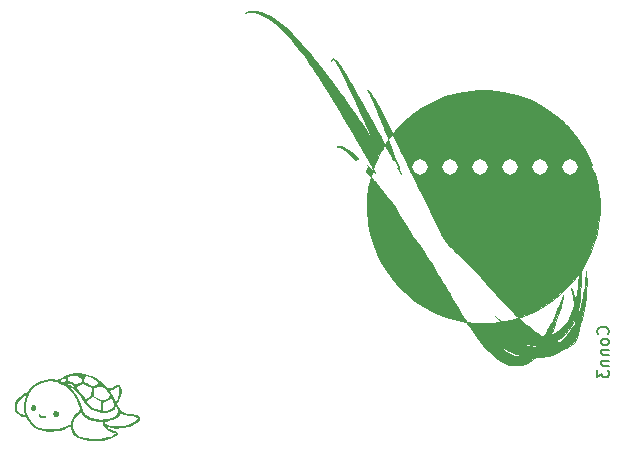
<source format=gbo>
G04 #@! TF.GenerationSoftware,KiCad,Pcbnew,(6.0.8)*
G04 #@! TF.CreationDate,2022-10-20T16:10:57-05:00*
G04 #@! TF.ProjectId,H-Bridge,482d4272-6964-4676-952e-6b696361645f,rev?*
G04 #@! TF.SameCoordinates,Original*
G04 #@! TF.FileFunction,Legend,Bot*
G04 #@! TF.FilePolarity,Positive*
%FSLAX46Y46*%
G04 Gerber Fmt 4.6, Leading zero omitted, Abs format (unit mm)*
G04 Created by KiCad (PCBNEW (6.0.8)) date 2022-10-20 16:10:57*
%MOMM*%
%LPD*%
G01*
G04 APERTURE LIST*
%ADD10C,0.150000*%
%ADD11C,0.010000*%
%ADD12O,5.100000X3.000000*%
%ADD13C,1.308000*%
%ADD14C,1.258000*%
%ADD15C,1.208000*%
%ADD16C,1.524000*%
%ADD17O,3.000000X5.100000*%
G04 APERTURE END LIST*
D10*
X109145480Y-77384947D02*
X109193099Y-77337328D01*
X109240718Y-77194471D01*
X109240718Y-77099233D01*
X109193099Y-76956376D01*
X109097861Y-76861137D01*
X109002623Y-76813518D01*
X108812147Y-76765899D01*
X108669290Y-76765899D01*
X108478814Y-76813518D01*
X108383576Y-76861137D01*
X108288338Y-76956376D01*
X108240718Y-77099233D01*
X108240718Y-77194471D01*
X108288338Y-77337328D01*
X108335957Y-77384947D01*
X109240718Y-77956376D02*
X109193099Y-77861137D01*
X109145480Y-77813518D01*
X109050242Y-77765899D01*
X108764528Y-77765899D01*
X108669290Y-77813518D01*
X108621671Y-77861137D01*
X108574052Y-77956376D01*
X108574052Y-78099233D01*
X108621671Y-78194471D01*
X108669290Y-78242090D01*
X108764528Y-78289709D01*
X109050242Y-78289709D01*
X109145480Y-78242090D01*
X109193099Y-78194471D01*
X109240718Y-78099233D01*
X109240718Y-77956376D01*
X108574052Y-78718280D02*
X109240718Y-78718280D01*
X108669290Y-78718280D02*
X108621671Y-78765899D01*
X108574052Y-78861137D01*
X108574052Y-79003995D01*
X108621671Y-79099233D01*
X108716909Y-79146852D01*
X109240718Y-79146852D01*
X108574052Y-79623042D02*
X109240718Y-79623042D01*
X108669290Y-79623042D02*
X108621671Y-79670661D01*
X108574052Y-79765899D01*
X108574052Y-79908757D01*
X108621671Y-80003995D01*
X108716909Y-80051614D01*
X109240718Y-80051614D01*
X108240718Y-80432566D02*
X108240718Y-81051614D01*
X108621671Y-80718280D01*
X108621671Y-80861137D01*
X108669290Y-80956376D01*
X108716909Y-81003995D01*
X108812147Y-81051614D01*
X109050242Y-81051614D01*
X109145480Y-81003995D01*
X109193099Y-80956376D01*
X109240718Y-80861137D01*
X109240718Y-80575423D01*
X109193099Y-80480185D01*
X109145480Y-80432566D01*
G36*
X79384727Y-50036675D02*
G01*
X79416437Y-50040569D01*
X79601014Y-50070393D01*
X79776547Y-50113672D01*
X79957820Y-50175323D01*
X80159612Y-50260266D01*
X80396705Y-50373419D01*
X80398798Y-50374459D01*
X80716866Y-50548991D01*
X81047867Y-50763211D01*
X81392936Y-51018300D01*
X81753204Y-51315439D01*
X82129806Y-51655811D01*
X82523875Y-52040598D01*
X82936544Y-52470980D01*
X83368946Y-52948139D01*
X83822215Y-53473257D01*
X84297484Y-54047517D01*
X84795885Y-54672098D01*
X85318553Y-55348184D01*
X85866620Y-56076955D01*
X85898306Y-56119839D01*
X86010623Y-56274073D01*
X86151393Y-56469871D01*
X86316501Y-56701355D01*
X86501832Y-56962645D01*
X86703272Y-57247862D01*
X86916703Y-57551126D01*
X87138012Y-57866558D01*
X87363083Y-58188278D01*
X87587801Y-58510407D01*
X87808051Y-58827066D01*
X88019717Y-59132374D01*
X88218685Y-59420453D01*
X88400838Y-59685422D01*
X88562062Y-59921403D01*
X88698241Y-60122517D01*
X88779932Y-60243482D01*
X88885132Y-60397886D01*
X88975612Y-60529085D01*
X89046715Y-60630395D01*
X89093785Y-60695134D01*
X89112166Y-60716617D01*
X89111029Y-60710261D01*
X89091629Y-60658639D01*
X89050649Y-60559414D01*
X88990289Y-60417525D01*
X88912745Y-60237915D01*
X88820215Y-60025525D01*
X88714897Y-59785295D01*
X88598989Y-59522167D01*
X88474689Y-59241083D01*
X88344195Y-58946983D01*
X88209703Y-58644809D01*
X88073413Y-58339501D01*
X87937521Y-58036002D01*
X87804226Y-57739252D01*
X87675725Y-57454192D01*
X87554216Y-57185764D01*
X87441897Y-56938908D01*
X87340965Y-56718567D01*
X87253619Y-56529681D01*
X87182056Y-56377191D01*
X87109391Y-56224672D01*
X86905777Y-55804489D01*
X86717239Y-55426430D01*
X86544725Y-55092180D01*
X86389186Y-54803423D01*
X86251571Y-54561845D01*
X86132830Y-54369130D01*
X86033911Y-54226963D01*
X85955765Y-54137030D01*
X85899340Y-54101015D01*
X85898627Y-54100887D01*
X85844800Y-54120555D01*
X85786864Y-54190925D01*
X85779190Y-54203104D01*
X85742821Y-54245467D01*
X85725906Y-54239171D01*
X85731021Y-54192020D01*
X85760744Y-54111819D01*
X85792809Y-54064488D01*
X85861815Y-54035793D01*
X85952796Y-54059503D01*
X86063624Y-54134429D01*
X86192168Y-54259382D01*
X86336297Y-54433171D01*
X86439191Y-54575033D01*
X86575417Y-54777143D01*
X86734084Y-55024362D01*
X86912604Y-55312349D01*
X87108389Y-55636760D01*
X87318850Y-55993254D01*
X87541399Y-56377486D01*
X87773447Y-56785116D01*
X88012406Y-57211800D01*
X88255687Y-57653196D01*
X88308033Y-57748887D01*
X88458181Y-58022984D01*
X88617745Y-58313789D01*
X88779090Y-58607416D01*
X88934585Y-58889982D01*
X89076595Y-59147601D01*
X89197488Y-59366387D01*
X89280771Y-59517217D01*
X89417976Y-59766952D01*
X89559918Y-60026595D01*
X89698101Y-60280557D01*
X89824030Y-60513251D01*
X89929211Y-60709087D01*
X89973874Y-60792367D01*
X90062149Y-60954830D01*
X90139517Y-61094404D01*
X90201705Y-61203530D01*
X90244441Y-61274651D01*
X90263450Y-61300210D01*
X90266573Y-61298947D01*
X90296899Y-61265868D01*
X90347942Y-61196971D01*
X90410566Y-61104414D01*
X90427446Y-61079001D01*
X90488022Y-60996075D01*
X90535519Y-60943519D01*
X90560843Y-60931778D01*
X90562131Y-60933853D01*
X90580337Y-60976222D01*
X90616438Y-61067290D01*
X90668044Y-61200692D01*
X90732764Y-61370063D01*
X90808209Y-61569038D01*
X90891989Y-61791251D01*
X90981715Y-62030339D01*
X91074996Y-62279935D01*
X91169443Y-62533675D01*
X91262667Y-62785193D01*
X91352277Y-63028125D01*
X91435884Y-63256106D01*
X91511099Y-63462771D01*
X91542069Y-63550601D01*
X91573036Y-63645598D01*
X91588995Y-63704792D01*
X91586913Y-63717971D01*
X91584349Y-63714627D01*
X91556486Y-63669483D01*
X91504266Y-63579544D01*
X91431279Y-63451265D01*
X91341113Y-63291096D01*
X91237359Y-63105489D01*
X91123606Y-62900897D01*
X91003443Y-62683772D01*
X90880459Y-62460565D01*
X90758243Y-62237729D01*
X90640386Y-62021715D01*
X90530476Y-61818976D01*
X90462408Y-61694356D01*
X90387826Y-61561385D01*
X90326384Y-61455823D01*
X90283079Y-61386217D01*
X90262906Y-61361116D01*
X90254594Y-61364641D01*
X90216334Y-61408743D01*
X90158628Y-61497418D01*
X90085290Y-61623186D01*
X90000132Y-61778565D01*
X89906966Y-61956077D01*
X89809607Y-62148239D01*
X89711867Y-62347573D01*
X89617559Y-62546597D01*
X89530496Y-62737831D01*
X89454491Y-62913795D01*
X89393358Y-63067008D01*
X89276800Y-63376802D01*
X89201275Y-63247150D01*
X89200030Y-63245010D01*
X89160484Y-63175878D01*
X89098059Y-63065457D01*
X89018752Y-62924415D01*
X88928566Y-62763425D01*
X88833500Y-62593155D01*
X88829973Y-62586829D01*
X88719743Y-62390787D01*
X88589837Y-62162304D01*
X88450863Y-61919887D01*
X88313428Y-61682040D01*
X88188139Y-61467268D01*
X88062350Y-61252013D01*
X87918986Y-61005029D01*
X87771740Y-60749970D01*
X87632106Y-60506748D01*
X87511580Y-60295276D01*
X87378215Y-60061214D01*
X86848301Y-59151616D01*
X86287086Y-58218826D01*
X85703593Y-57277901D01*
X85447720Y-56872057D01*
X85143242Y-56391441D01*
X84864662Y-55954881D01*
X84609106Y-55558228D01*
X84373703Y-55197329D01*
X84155581Y-54868034D01*
X83951869Y-54566192D01*
X83759695Y-54287651D01*
X83576187Y-54028261D01*
X83398473Y-53783869D01*
X83223683Y-53550325D01*
X83048943Y-53323478D01*
X82871384Y-53099176D01*
X82688131Y-52873268D01*
X82496315Y-52641604D01*
X82289270Y-52397354D01*
X81873770Y-51930881D01*
X81477508Y-51519424D01*
X81099407Y-51162105D01*
X80738387Y-50858045D01*
X80393370Y-50606367D01*
X80063278Y-50406192D01*
X79747031Y-50256643D01*
X79443550Y-50156841D01*
X79432797Y-50154172D01*
X79172367Y-50114478D01*
X78878743Y-50112137D01*
X78565263Y-50147294D01*
X78475192Y-50162531D01*
X78573140Y-50117141D01*
X78597546Y-50106573D01*
X78757553Y-50060056D01*
X78954075Y-50031712D01*
X79169127Y-50023324D01*
X79384727Y-50036675D01*
G37*
D11*
X79384727Y-50036675D02*
X79416437Y-50040569D01*
X79601014Y-50070393D01*
X79776547Y-50113672D01*
X79957820Y-50175323D01*
X80159612Y-50260266D01*
X80396705Y-50373419D01*
X80398798Y-50374459D01*
X80716866Y-50548991D01*
X81047867Y-50763211D01*
X81392936Y-51018300D01*
X81753204Y-51315439D01*
X82129806Y-51655811D01*
X82523875Y-52040598D01*
X82936544Y-52470980D01*
X83368946Y-52948139D01*
X83822215Y-53473257D01*
X84297484Y-54047517D01*
X84795885Y-54672098D01*
X85318553Y-55348184D01*
X85866620Y-56076955D01*
X85898306Y-56119839D01*
X86010623Y-56274073D01*
X86151393Y-56469871D01*
X86316501Y-56701355D01*
X86501832Y-56962645D01*
X86703272Y-57247862D01*
X86916703Y-57551126D01*
X87138012Y-57866558D01*
X87363083Y-58188278D01*
X87587801Y-58510407D01*
X87808051Y-58827066D01*
X88019717Y-59132374D01*
X88218685Y-59420453D01*
X88400838Y-59685422D01*
X88562062Y-59921403D01*
X88698241Y-60122517D01*
X88779932Y-60243482D01*
X88885132Y-60397886D01*
X88975612Y-60529085D01*
X89046715Y-60630395D01*
X89093785Y-60695134D01*
X89112166Y-60716617D01*
X89111029Y-60710261D01*
X89091629Y-60658639D01*
X89050649Y-60559414D01*
X88990289Y-60417525D01*
X88912745Y-60237915D01*
X88820215Y-60025525D01*
X88714897Y-59785295D01*
X88598989Y-59522167D01*
X88474689Y-59241083D01*
X88344195Y-58946983D01*
X88209703Y-58644809D01*
X88073413Y-58339501D01*
X87937521Y-58036002D01*
X87804226Y-57739252D01*
X87675725Y-57454192D01*
X87554216Y-57185764D01*
X87441897Y-56938908D01*
X87340965Y-56718567D01*
X87253619Y-56529681D01*
X87182056Y-56377191D01*
X87109391Y-56224672D01*
X86905777Y-55804489D01*
X86717239Y-55426430D01*
X86544725Y-55092180D01*
X86389186Y-54803423D01*
X86251571Y-54561845D01*
X86132830Y-54369130D01*
X86033911Y-54226963D01*
X85955765Y-54137030D01*
X85899340Y-54101015D01*
X85898627Y-54100887D01*
X85844800Y-54120555D01*
X85786864Y-54190925D01*
X85779190Y-54203104D01*
X85742821Y-54245467D01*
X85725906Y-54239171D01*
X85731021Y-54192020D01*
X85760744Y-54111819D01*
X85792809Y-54064488D01*
X85861815Y-54035793D01*
X85952796Y-54059503D01*
X86063624Y-54134429D01*
X86192168Y-54259382D01*
X86336297Y-54433171D01*
X86439191Y-54575033D01*
X86575417Y-54777143D01*
X86734084Y-55024362D01*
X86912604Y-55312349D01*
X87108389Y-55636760D01*
X87318850Y-55993254D01*
X87541399Y-56377486D01*
X87773447Y-56785116D01*
X88012406Y-57211800D01*
X88255687Y-57653196D01*
X88308033Y-57748887D01*
X88458181Y-58022984D01*
X88617745Y-58313789D01*
X88779090Y-58607416D01*
X88934585Y-58889982D01*
X89076595Y-59147601D01*
X89197488Y-59366387D01*
X89280771Y-59517217D01*
X89417976Y-59766952D01*
X89559918Y-60026595D01*
X89698101Y-60280557D01*
X89824030Y-60513251D01*
X89929211Y-60709087D01*
X89973874Y-60792367D01*
X90062149Y-60954830D01*
X90139517Y-61094404D01*
X90201705Y-61203530D01*
X90244441Y-61274651D01*
X90263450Y-61300210D01*
X90266573Y-61298947D01*
X90296899Y-61265868D01*
X90347942Y-61196971D01*
X90410566Y-61104414D01*
X90427446Y-61079001D01*
X90488022Y-60996075D01*
X90535519Y-60943519D01*
X90560843Y-60931778D01*
X90562131Y-60933853D01*
X90580337Y-60976222D01*
X90616438Y-61067290D01*
X90668044Y-61200692D01*
X90732764Y-61370063D01*
X90808209Y-61569038D01*
X90891989Y-61791251D01*
X90981715Y-62030339D01*
X91074996Y-62279935D01*
X91169443Y-62533675D01*
X91262667Y-62785193D01*
X91352277Y-63028125D01*
X91435884Y-63256106D01*
X91511099Y-63462771D01*
X91542069Y-63550601D01*
X91573036Y-63645598D01*
X91588995Y-63704792D01*
X91586913Y-63717971D01*
X91584349Y-63714627D01*
X91556486Y-63669483D01*
X91504266Y-63579544D01*
X91431279Y-63451265D01*
X91341113Y-63291096D01*
X91237359Y-63105489D01*
X91123606Y-62900897D01*
X91003443Y-62683772D01*
X90880459Y-62460565D01*
X90758243Y-62237729D01*
X90640386Y-62021715D01*
X90530476Y-61818976D01*
X90462408Y-61694356D01*
X90387826Y-61561385D01*
X90326384Y-61455823D01*
X90283079Y-61386217D01*
X90262906Y-61361116D01*
X90254594Y-61364641D01*
X90216334Y-61408743D01*
X90158628Y-61497418D01*
X90085290Y-61623186D01*
X90000132Y-61778565D01*
X89906966Y-61956077D01*
X89809607Y-62148239D01*
X89711867Y-62347573D01*
X89617559Y-62546597D01*
X89530496Y-62737831D01*
X89454491Y-62913795D01*
X89393358Y-63067008D01*
X89276800Y-63376802D01*
X89201275Y-63247150D01*
X89200030Y-63245010D01*
X89160484Y-63175878D01*
X89098059Y-63065457D01*
X89018752Y-62924415D01*
X88928566Y-62763425D01*
X88833500Y-62593155D01*
X88829973Y-62586829D01*
X88719743Y-62390787D01*
X88589837Y-62162304D01*
X88450863Y-61919887D01*
X88313428Y-61682040D01*
X88188139Y-61467268D01*
X88062350Y-61252013D01*
X87918986Y-61005029D01*
X87771740Y-60749970D01*
X87632106Y-60506748D01*
X87511580Y-60295276D01*
X87378215Y-60061214D01*
X86848301Y-59151616D01*
X86287086Y-58218826D01*
X85703593Y-57277901D01*
X85447720Y-56872057D01*
X85143242Y-56391441D01*
X84864662Y-55954881D01*
X84609106Y-55558228D01*
X84373703Y-55197329D01*
X84155581Y-54868034D01*
X83951869Y-54566192D01*
X83759695Y-54287651D01*
X83576187Y-54028261D01*
X83398473Y-53783869D01*
X83223683Y-53550325D01*
X83048943Y-53323478D01*
X82871384Y-53099176D01*
X82688131Y-52873268D01*
X82496315Y-52641604D01*
X82289270Y-52397354D01*
X81873770Y-51930881D01*
X81477508Y-51519424D01*
X81099407Y-51162105D01*
X80738387Y-50858045D01*
X80393370Y-50606367D01*
X80063278Y-50406192D01*
X79747031Y-50256643D01*
X79443550Y-50156841D01*
X79432797Y-50154172D01*
X79172367Y-50114478D01*
X78878743Y-50112137D01*
X78565263Y-50147294D01*
X78475192Y-50162531D01*
X78573140Y-50117141D01*
X78597546Y-50106573D01*
X78757553Y-50060056D01*
X78954075Y-50031712D01*
X79169127Y-50023324D01*
X79384727Y-50036675D01*
G36*
X91640558Y-63778019D02*
G01*
X91625546Y-63793031D01*
X91610534Y-63778019D01*
X91625546Y-63763007D01*
X91640558Y-63778019D01*
G37*
X91640558Y-63778019D02*
X91625546Y-63793031D01*
X91610534Y-63778019D01*
X91625546Y-63763007D01*
X91640558Y-63778019D01*
G36*
X106839195Y-76478019D02*
G01*
X106834768Y-76490253D01*
X106789350Y-76636114D01*
X106752248Y-76789204D01*
X106731123Y-76918309D01*
X106728680Y-76942023D01*
X106668226Y-77298039D01*
X106567809Y-77619015D01*
X106429437Y-77901543D01*
X106255121Y-78142221D01*
X106047259Y-78337277D01*
X106046869Y-78337643D01*
X105806693Y-78484405D01*
X105789231Y-78492608D01*
X105669507Y-78544848D01*
X105559632Y-78586800D01*
X105481456Y-78610025D01*
X105422185Y-78628736D01*
X105320561Y-78675491D01*
X105217174Y-78735646D01*
X105127787Y-78791811D01*
X104784796Y-78969677D01*
X104406217Y-79114918D01*
X104102975Y-79197220D01*
X104005881Y-79223572D01*
X103597622Y-79291672D01*
X103195269Y-79315253D01*
X103138023Y-79316498D01*
X103057478Y-79329330D01*
X102986633Y-79364510D01*
X102899601Y-79432285D01*
X102786846Y-79522821D01*
X102461111Y-79736696D01*
X102120118Y-79892712D01*
X101764325Y-79990644D01*
X101572418Y-80014972D01*
X101311947Y-80020705D01*
X101045518Y-80001265D01*
X100799302Y-79957551D01*
X100645374Y-79910495D01*
X100448398Y-79833066D01*
X100239668Y-79737003D01*
X100038286Y-79631146D01*
X99863355Y-79524338D01*
X99664873Y-79382806D01*
X99401876Y-79169113D01*
X99136250Y-78922473D01*
X98864613Y-78639125D01*
X98623623Y-78361446D01*
X100009760Y-78361446D01*
X100016101Y-78376335D01*
X100058439Y-78424778D01*
X100131371Y-78500842D01*
X100229494Y-78598591D01*
X100295985Y-78662653D01*
X100483537Y-78829040D01*
X100660029Y-78959730D01*
X100841652Y-79065845D01*
X101044599Y-79158509D01*
X101168660Y-79201901D01*
X101313175Y-79230992D01*
X101488312Y-79243637D01*
X101526501Y-79244633D01*
X101648119Y-79245240D01*
X101746615Y-79242029D01*
X101803560Y-79235478D01*
X101842585Y-79223291D01*
X101884150Y-79197220D01*
X101866153Y-79173396D01*
X101788922Y-79153665D01*
X101707551Y-79137108D01*
X101552943Y-79095671D01*
X101371669Y-79038908D01*
X101180420Y-78972433D01*
X100995889Y-78901860D01*
X100834767Y-78832800D01*
X100823844Y-78827729D01*
X100595610Y-78711763D01*
X100327475Y-78558066D01*
X100017154Y-78365331D01*
X100009760Y-78361446D01*
X98623623Y-78361446D01*
X98583585Y-78315312D01*
X98456567Y-78156198D01*
X101736650Y-78156198D01*
X101756230Y-78170911D01*
X101823139Y-78197072D01*
X101926512Y-78231467D01*
X102055481Y-78270882D01*
X102199181Y-78312103D01*
X102346745Y-78351917D01*
X102487306Y-78387109D01*
X102609998Y-78414466D01*
X102624746Y-78417460D01*
X102777248Y-78447616D01*
X102883540Y-78465034D01*
X102955234Y-78469363D01*
X103003940Y-78460253D01*
X103041268Y-78437354D01*
X103078829Y-78400315D01*
X103085452Y-78393264D01*
X103113516Y-78361080D01*
X103123475Y-78337277D01*
X103108372Y-78319642D01*
X103061249Y-78305962D01*
X102975150Y-78294024D01*
X102843118Y-78281615D01*
X102658196Y-78266523D01*
X102484252Y-78250721D01*
X102299570Y-78230724D01*
X102130714Y-78209473D01*
X101999732Y-78189545D01*
X101953910Y-78181702D01*
X101846329Y-78165165D01*
X101769146Y-78156051D01*
X101736673Y-78156175D01*
X101736650Y-78156198D01*
X98456567Y-78156198D01*
X98306457Y-77968156D01*
X104696911Y-77968156D01*
X104703344Y-77976240D01*
X104734349Y-77984488D01*
X104809352Y-77995666D01*
X104911007Y-78006899D01*
X105106161Y-78025508D01*
X105286303Y-77879573D01*
X105412271Y-77772048D01*
X105713467Y-77464978D01*
X105990850Y-77106004D01*
X106246330Y-76692769D01*
X106283964Y-76622610D01*
X106333381Y-76510430D01*
X106360405Y-76403212D01*
X106373675Y-76272438D01*
X106386772Y-76057688D01*
X106237538Y-76349613D01*
X106041772Y-76698742D01*
X105799732Y-77048215D01*
X105533788Y-77349550D01*
X105239146Y-77608094D01*
X104911007Y-77829198D01*
X104887197Y-77843228D01*
X104788346Y-77901716D01*
X104729974Y-77937577D01*
X104702642Y-77957496D01*
X104696911Y-77968156D01*
X98306457Y-77968156D01*
X98289786Y-77947272D01*
X97979834Y-77531248D01*
X97650349Y-77063480D01*
X97562037Y-76935137D01*
X97536696Y-76898350D01*
X100857816Y-76898350D01*
X100872828Y-76913362D01*
X100887839Y-76898350D01*
X100872828Y-76883338D01*
X100857816Y-76898350D01*
X97536696Y-76898350D01*
X97450109Y-76772654D01*
X97351655Y-76629934D01*
X97271807Y-76514410D01*
X97215699Y-76433513D01*
X97188463Y-76394675D01*
X97139345Y-76360334D01*
X97037510Y-76327200D01*
X96879683Y-76295075D01*
X96807727Y-76282428D01*
X96129760Y-76132388D01*
X95450534Y-75927741D01*
X94780038Y-75672249D01*
X94128258Y-75369676D01*
X93505181Y-75023783D01*
X93322616Y-74910565D01*
X92696736Y-74477881D01*
X92108848Y-74000418D01*
X91561067Y-73481061D01*
X91055507Y-72922693D01*
X90594283Y-72328200D01*
X90179509Y-71700467D01*
X89813300Y-71042377D01*
X89497770Y-70356816D01*
X89235033Y-69646668D01*
X89027205Y-68914818D01*
X88932164Y-68488256D01*
X88859203Y-68077171D01*
X88807758Y-67670122D01*
X88776271Y-67251584D01*
X88763187Y-66806029D01*
X88766950Y-66317933D01*
X88767976Y-66274482D01*
X88780117Y-65921781D01*
X88799246Y-65610032D01*
X88827325Y-65322260D01*
X88866317Y-65041493D01*
X88918185Y-64750755D01*
X88984891Y-64433075D01*
X89066096Y-64067327D01*
X88999922Y-63983200D01*
X88979391Y-63958475D01*
X88916805Y-63886593D01*
X88823491Y-63781482D01*
X88705610Y-63649928D01*
X88569322Y-63498720D01*
X88420787Y-63334644D01*
X88266166Y-63164487D01*
X88111620Y-62995037D01*
X87963309Y-62833081D01*
X87827393Y-62685405D01*
X87710033Y-62558797D01*
X87617390Y-62460045D01*
X87505840Y-62346757D01*
X87356138Y-62203512D01*
X87193212Y-62054708D01*
X87028129Y-61910018D01*
X86871955Y-61779118D01*
X86735756Y-61671680D01*
X86630597Y-61597379D01*
X86624683Y-61593659D01*
X86491877Y-61530131D01*
X86358025Y-61510279D01*
X86307935Y-61509620D01*
X86255254Y-61504929D01*
X86249287Y-61491219D01*
X86281338Y-61463145D01*
X86293026Y-61455087D01*
X86390125Y-61429776D01*
X86525614Y-61449181D01*
X86698454Y-61512936D01*
X86907604Y-61620669D01*
X87152024Y-61772014D01*
X87165690Y-61781080D01*
X87350099Y-61909159D01*
X87549229Y-62058201D01*
X87767550Y-62231938D01*
X88009537Y-62434098D01*
X88279662Y-62668413D01*
X88582396Y-62938613D01*
X88922213Y-63248428D01*
X88941478Y-63266134D01*
X89056059Y-63370561D01*
X89135520Y-63439538D01*
X89187578Y-63477892D01*
X89219953Y-63490446D01*
X89240361Y-63482028D01*
X89256519Y-63457462D01*
X89273756Y-63428173D01*
X89293541Y-63417819D01*
X89318669Y-63447724D01*
X89359641Y-63524738D01*
X89380015Y-63564136D01*
X89431655Y-63659996D01*
X89473631Y-63732983D01*
X89475285Y-63735714D01*
X89481574Y-63757936D01*
X89449138Y-63737247D01*
X89379850Y-63674809D01*
X89309986Y-63611487D01*
X89253652Y-63566871D01*
X89227437Y-63554714D01*
X89223055Y-63562315D01*
X89203324Y-63615185D01*
X89175680Y-63701794D01*
X89145252Y-63804493D01*
X89117169Y-63905635D01*
X89096558Y-63987572D01*
X89088549Y-64032658D01*
X89093271Y-64045049D01*
X89128758Y-64099532D01*
X89193315Y-64186095D01*
X89280157Y-64295805D01*
X89382502Y-64419728D01*
X89403284Y-64444434D01*
X89528982Y-64594776D01*
X89657919Y-64750307D01*
X89776061Y-64894040D01*
X89869372Y-65008988D01*
X89908144Y-65057033D01*
X90001289Y-65171596D01*
X90119820Y-65316654D01*
X90255533Y-65482192D01*
X90400222Y-65658192D01*
X90545685Y-65834638D01*
X90651082Y-65962974D01*
X90798884Y-66146913D01*
X90921004Y-66306062D01*
X91026290Y-66452959D01*
X91123591Y-66600141D01*
X91221754Y-66760146D01*
X91329628Y-66945513D01*
X91509400Y-67257132D01*
X91896272Y-67908236D01*
X92278530Y-68523116D01*
X92665496Y-69116221D01*
X93066491Y-69701996D01*
X93490839Y-70294888D01*
X93689001Y-70570793D01*
X93862424Y-70823616D01*
X94017220Y-71063655D01*
X94163946Y-71307288D01*
X94313155Y-71570893D01*
X94325314Y-71592867D01*
X94446845Y-71807035D01*
X94580889Y-72035079D01*
X94717317Y-72260252D01*
X94845997Y-72465806D01*
X94956799Y-72634993D01*
X95030857Y-72747431D01*
X95147338Y-72932115D01*
X95278227Y-73146501D01*
X95415597Y-73377396D01*
X95551525Y-73611606D01*
X95678087Y-73835938D01*
X95757845Y-73978887D01*
X95904851Y-74238487D01*
X96057803Y-74504229D01*
X96213463Y-74770808D01*
X96368593Y-75032920D01*
X96519956Y-75285261D01*
X96664313Y-75522526D01*
X96798427Y-75739411D01*
X96919060Y-75930613D01*
X97022973Y-76090826D01*
X97106931Y-76214746D01*
X97167694Y-76297070D01*
X97202025Y-76332493D01*
X97255715Y-76352032D01*
X97379628Y-76377177D01*
X97549672Y-76397962D01*
X97757648Y-76414329D01*
X97995360Y-76426216D01*
X98254611Y-76433563D01*
X98527203Y-76436312D01*
X98804939Y-76434401D01*
X99079623Y-76427771D01*
X99343056Y-76416361D01*
X99587041Y-76400113D01*
X99803383Y-76378964D01*
X99983882Y-76352857D01*
X99984955Y-76352665D01*
X100147512Y-76352665D01*
X100156292Y-76367451D01*
X100203274Y-76412488D01*
X100281938Y-76479220D01*
X100383049Y-76559535D01*
X100463573Y-76621465D01*
X100622358Y-76741265D01*
X100736239Y-76823291D01*
X100804841Y-76867280D01*
X100827792Y-76872967D01*
X100827342Y-76871478D01*
X100799366Y-76842831D01*
X100735337Y-76788454D01*
X100645610Y-76716266D01*
X100540541Y-76634188D01*
X100430485Y-76550141D01*
X100325799Y-76472045D01*
X100236837Y-76407820D01*
X100173957Y-76365386D01*
X100147512Y-76352665D01*
X99984955Y-76352665D01*
X100085717Y-76334632D01*
X99848776Y-76111155D01*
X99611835Y-75887679D01*
X99846000Y-76075524D01*
X99911644Y-76128677D01*
X100001877Y-76203583D01*
X100066782Y-76259829D01*
X100095467Y-76288129D01*
X100102715Y-76296013D01*
X100151663Y-76310230D01*
X100243837Y-76307940D01*
X100383970Y-76288791D01*
X100576792Y-76252433D01*
X100622372Y-76242768D01*
X100740350Y-76215948D01*
X100881873Y-76182126D01*
X101035232Y-76144289D01*
X101188718Y-76105420D01*
X101330621Y-76068505D01*
X101449234Y-76036527D01*
X101532845Y-76012472D01*
X101569748Y-75999324D01*
X101567750Y-75996876D01*
X101614375Y-75996876D01*
X101617809Y-76004660D01*
X101655791Y-76045821D01*
X101729240Y-76116376D01*
X101831281Y-76210238D01*
X101955039Y-76321319D01*
X102093641Y-76443530D01*
X102240211Y-76570784D01*
X102387874Y-76696993D01*
X102529757Y-76816070D01*
X102599216Y-76872967D01*
X102630203Y-76898350D01*
X102658984Y-76921926D01*
X102703367Y-76957443D01*
X102862504Y-77081448D01*
X103026322Y-77204783D01*
X103177888Y-77314852D01*
X103300272Y-77399057D01*
X103383654Y-77451609D01*
X103494586Y-77514724D01*
X103584247Y-77557889D01*
X103638661Y-77573882D01*
X103654661Y-77572540D01*
X103688565Y-77559173D01*
X103726851Y-77526829D01*
X103773489Y-77469836D01*
X103832450Y-77382521D01*
X103907704Y-77259213D01*
X104003221Y-77094237D01*
X104122971Y-76881922D01*
X104136284Y-76858121D01*
X104259499Y-76634661D01*
X104369256Y-76428299D01*
X104470453Y-76228547D01*
X104567987Y-76024915D01*
X104666754Y-75806916D01*
X104771651Y-75564060D01*
X104887576Y-75285859D01*
X105019424Y-74961825D01*
X105082311Y-74806967D01*
X105165390Y-74605523D01*
X105239205Y-74430189D01*
X105301175Y-74286905D01*
X105348718Y-74181609D01*
X105379253Y-74120239D01*
X105390200Y-74108736D01*
X105388964Y-74125850D01*
X105375355Y-74203084D01*
X105348690Y-74324597D01*
X105311399Y-74480954D01*
X105265909Y-74662717D01*
X105214652Y-74860451D01*
X105160057Y-75064717D01*
X105104552Y-75266079D01*
X105050568Y-75455101D01*
X105000534Y-75622345D01*
X104971598Y-75713593D01*
X104892871Y-75946266D01*
X104799106Y-76207651D01*
X104696830Y-76480523D01*
X104592572Y-76747657D01*
X104492858Y-76991831D01*
X104404217Y-77195819D01*
X104395083Y-77216116D01*
X104353969Y-77313217D01*
X104328007Y-77384480D01*
X104322480Y-77415693D01*
X104323209Y-77416276D01*
X104360405Y-77410993D01*
X104436523Y-77381473D01*
X104539572Y-77333779D01*
X104657562Y-77273975D01*
X104778502Y-77208125D01*
X104890402Y-77142292D01*
X104981271Y-77082541D01*
X105006247Y-77064278D01*
X105186520Y-76914212D01*
X105372629Y-76732060D01*
X105546371Y-76536724D01*
X105689543Y-76347107D01*
X105745859Y-76258191D01*
X105846736Y-76078988D01*
X105953405Y-75869553D01*
X106057915Y-75646429D01*
X106152317Y-75426161D01*
X106228659Y-75225292D01*
X106319893Y-74963345D01*
X106261444Y-74605076D01*
X106242210Y-74491418D01*
X106204824Y-74284017D01*
X106163995Y-74069826D01*
X106125660Y-73880535D01*
X106122846Y-73867161D01*
X106094933Y-73728489D01*
X106074006Y-73613580D01*
X106062046Y-73534059D01*
X106061037Y-73501551D01*
X106066618Y-73501608D01*
X106091886Y-73539403D01*
X106131150Y-73626734D01*
X106182127Y-73757849D01*
X106242531Y-73926996D01*
X106310076Y-74128424D01*
X106315562Y-74145128D01*
X106360156Y-74272735D01*
X106399352Y-74371342D01*
X106429087Y-74431479D01*
X106445298Y-74443672D01*
X106456856Y-74408582D01*
X106476855Y-74320451D01*
X106501229Y-74194051D01*
X106528007Y-74041170D01*
X106555217Y-73873596D01*
X106580887Y-73703117D01*
X106603047Y-73541521D01*
X106619726Y-73400596D01*
X106627994Y-73316045D01*
X106641016Y-73160623D01*
X106653054Y-72992106D01*
X106663588Y-72820919D01*
X106672093Y-72657483D01*
X106678049Y-72512222D01*
X106680933Y-72395559D01*
X106680222Y-72317918D01*
X106675395Y-72289721D01*
X106664978Y-72298081D01*
X106624262Y-72344638D01*
X106561734Y-72422902D01*
X106485919Y-72522404D01*
X106211781Y-72871455D01*
X105718802Y-73422969D01*
X105181303Y-73938016D01*
X104603337Y-74413602D01*
X103988959Y-74846728D01*
X103342224Y-75234398D01*
X102667186Y-75573617D01*
X101967900Y-75861386D01*
X101961147Y-75863870D01*
X101828985Y-75912924D01*
X101719675Y-75954302D01*
X101644408Y-75983715D01*
X101614375Y-75996876D01*
X101567750Y-75996876D01*
X101557502Y-75984318D01*
X101508726Y-75931678D01*
X101427972Y-75846730D01*
X101320778Y-75735254D01*
X101192679Y-75603031D01*
X101049212Y-75455842D01*
X101006793Y-75412379D01*
X100747557Y-75144221D01*
X100470266Y-74853512D01*
X100180928Y-74546796D01*
X99885551Y-74230616D01*
X99590144Y-73911516D01*
X99300715Y-73596041D01*
X99023271Y-73290734D01*
X98763823Y-73002139D01*
X98528377Y-72736800D01*
X98322943Y-72501260D01*
X98153528Y-72302064D01*
X98091236Y-72231302D01*
X97984220Y-72116287D01*
X97844408Y-71970365D01*
X97677405Y-71799234D01*
X97488822Y-71608597D01*
X97284264Y-71404153D01*
X97069341Y-71191604D01*
X96849660Y-70976649D01*
X96727867Y-70858290D01*
X96467070Y-70605668D01*
X96242711Y-70388561D01*
X96050825Y-70201814D01*
X95887448Y-70040272D01*
X95748612Y-69898780D01*
X95630355Y-69772185D01*
X95528710Y-69655331D01*
X95439712Y-69543064D01*
X95359397Y-69430229D01*
X95283799Y-69311672D01*
X95208953Y-69182237D01*
X95130893Y-69036770D01*
X95045656Y-68870118D01*
X94949275Y-68677124D01*
X94837785Y-68452634D01*
X94707222Y-68191494D01*
X94610889Y-67999678D01*
X94441653Y-67661355D01*
X94266670Y-67309804D01*
X94084117Y-66941297D01*
X93892173Y-66552107D01*
X93689014Y-66138509D01*
X93472817Y-65696775D01*
X93241760Y-65223178D01*
X92994019Y-64713991D01*
X92727773Y-64165488D01*
X92441199Y-63573942D01*
X92132473Y-62935626D01*
X91799774Y-62246813D01*
X91741986Y-62127156D01*
X91597178Y-61827805D01*
X91460563Y-61546082D01*
X91334372Y-61286546D01*
X91220835Y-61053757D01*
X91122184Y-60852275D01*
X91040649Y-60686661D01*
X90978461Y-60561474D01*
X90937851Y-60481274D01*
X90921050Y-60450622D01*
X90908934Y-60452219D01*
X90866346Y-60488840D01*
X90803473Y-60560016D01*
X90729015Y-60656425D01*
X90560611Y-60887024D01*
X90528202Y-60801316D01*
X90510706Y-60755132D01*
X90422774Y-60524940D01*
X90320294Y-60259182D01*
X90207266Y-59968041D01*
X90087691Y-59661701D01*
X89965571Y-59350343D01*
X89844907Y-59044152D01*
X89729699Y-58753309D01*
X89623950Y-58487999D01*
X89531660Y-58258403D01*
X89456831Y-58074706D01*
X89368845Y-57861959D01*
X89270016Y-57626857D01*
X89186947Y-57435213D01*
X89116264Y-57279918D01*
X89054594Y-57153860D01*
X88998562Y-57049931D01*
X88944795Y-56961021D01*
X88889919Y-56880018D01*
X88860584Y-56838482D01*
X88809453Y-56761503D01*
X88793731Y-56725315D01*
X88812430Y-56725098D01*
X88864566Y-56756030D01*
X88894717Y-56780799D01*
X88971327Y-56868405D01*
X89070546Y-57005739D01*
X89190578Y-57189696D01*
X89329628Y-57417168D01*
X89485902Y-57685048D01*
X89657602Y-57990230D01*
X89842935Y-58329606D01*
X90040105Y-58700071D01*
X90247316Y-59098516D01*
X90462774Y-59521835D01*
X90532263Y-59659404D01*
X90633986Y-59859349D01*
X90725233Y-60036985D01*
X90802732Y-60186030D01*
X90863207Y-60300205D01*
X90903385Y-60373229D01*
X90919991Y-60398822D01*
X90942734Y-60378568D01*
X90991578Y-60322537D01*
X91055097Y-60243409D01*
X91115548Y-60170155D01*
X91232116Y-60040258D01*
X91378085Y-59886098D01*
X91544344Y-59716664D01*
X91721783Y-59540944D01*
X91901291Y-59367925D01*
X92073758Y-59206595D01*
X92230073Y-59065944D01*
X92361125Y-58954957D01*
X92702768Y-58689956D01*
X93344880Y-58247747D01*
X94007961Y-57861756D01*
X94692651Y-57531717D01*
X95399590Y-57257367D01*
X96129417Y-57038441D01*
X96882773Y-56874675D01*
X97660298Y-56765804D01*
X97782487Y-56755236D01*
X98029534Y-56741941D01*
X98311608Y-56734531D01*
X98613123Y-56732888D01*
X98918495Y-56736891D01*
X99212140Y-56746418D01*
X99478471Y-56761351D01*
X99701906Y-56781568D01*
X100246773Y-56859544D01*
X101002788Y-57018354D01*
X101739134Y-57233063D01*
X102453534Y-57502679D01*
X103143709Y-57826210D01*
X103807383Y-58202663D01*
X104442277Y-58631046D01*
X105046114Y-59110366D01*
X105130515Y-59184591D01*
X105323782Y-59364285D01*
X105534217Y-59570539D01*
X105749195Y-59790315D01*
X105956089Y-60010570D01*
X106142273Y-60218265D01*
X106295121Y-60400359D01*
X106466266Y-60620206D01*
X106909083Y-61253623D01*
X107297592Y-61912543D01*
X107631850Y-62597101D01*
X107911912Y-63307434D01*
X108137836Y-64043679D01*
X108309676Y-64805972D01*
X108427489Y-65594449D01*
X108438156Y-65712643D01*
X108449487Y-65915239D01*
X108457199Y-66153940D01*
X108461293Y-66415026D01*
X108461769Y-66684776D01*
X108458626Y-66949470D01*
X108451865Y-67195387D01*
X108441486Y-67408807D01*
X108427489Y-67576009D01*
X108355056Y-68104631D01*
X108202274Y-68873020D01*
X107996252Y-69613842D01*
X107736878Y-70327429D01*
X107424041Y-71014116D01*
X107057631Y-71674236D01*
X106856888Y-72004496D01*
X106853757Y-72395559D01*
X106849078Y-72980265D01*
X106845587Y-73282650D01*
X106838458Y-73601777D01*
X106827360Y-73879529D01*
X106811455Y-74126099D01*
X106789908Y-74351679D01*
X106761882Y-74566464D01*
X106726543Y-74780646D01*
X106683052Y-75004420D01*
X106681718Y-75010940D01*
X106654256Y-75177641D01*
X106640521Y-75332165D01*
X106640534Y-75462946D01*
X106654320Y-75558420D01*
X106681898Y-75607022D01*
X106684952Y-75606921D01*
X106705658Y-75573018D01*
X106737500Y-75491978D01*
X106777703Y-75372724D01*
X106823489Y-75224183D01*
X106872081Y-75055279D01*
X106920702Y-74874938D01*
X106966575Y-74692084D01*
X106991410Y-74582868D01*
X107042703Y-74322793D01*
X107093387Y-74024140D01*
X107141688Y-73700796D01*
X107185828Y-73366644D01*
X107224034Y-73035569D01*
X107254528Y-72721455D01*
X107275537Y-72438187D01*
X107285285Y-72199650D01*
X107287110Y-72123755D01*
X107291535Y-72076872D01*
X107300729Y-72079172D01*
X107317278Y-72124591D01*
X107321554Y-72141341D01*
X107332833Y-72229316D01*
X107341317Y-72365202D01*
X107347071Y-72539890D01*
X107350158Y-72744272D01*
X107350642Y-72969239D01*
X107348587Y-73205683D01*
X107344057Y-73444495D01*
X107337115Y-73676567D01*
X107327825Y-73892791D01*
X107316251Y-74084057D01*
X107302456Y-74241258D01*
X107239214Y-74744948D01*
X107158168Y-75242801D01*
X107063520Y-75702246D01*
X106971835Y-76057688D01*
X106956714Y-76116309D01*
X106839195Y-76478019D01*
G37*
X106839195Y-76478019D02*
X106834768Y-76490253D01*
X106789350Y-76636114D01*
X106752248Y-76789204D01*
X106731123Y-76918309D01*
X106728680Y-76942023D01*
X106668226Y-77298039D01*
X106567809Y-77619015D01*
X106429437Y-77901543D01*
X106255121Y-78142221D01*
X106047259Y-78337277D01*
X106046869Y-78337643D01*
X105806693Y-78484405D01*
X105789231Y-78492608D01*
X105669507Y-78544848D01*
X105559632Y-78586800D01*
X105481456Y-78610025D01*
X105422185Y-78628736D01*
X105320561Y-78675491D01*
X105217174Y-78735646D01*
X105127787Y-78791811D01*
X104784796Y-78969677D01*
X104406217Y-79114918D01*
X104102975Y-79197220D01*
X104005881Y-79223572D01*
X103597622Y-79291672D01*
X103195269Y-79315253D01*
X103138023Y-79316498D01*
X103057478Y-79329330D01*
X102986633Y-79364510D01*
X102899601Y-79432285D01*
X102786846Y-79522821D01*
X102461111Y-79736696D01*
X102120118Y-79892712D01*
X101764325Y-79990644D01*
X101572418Y-80014972D01*
X101311947Y-80020705D01*
X101045518Y-80001265D01*
X100799302Y-79957551D01*
X100645374Y-79910495D01*
X100448398Y-79833066D01*
X100239668Y-79737003D01*
X100038286Y-79631146D01*
X99863355Y-79524338D01*
X99664873Y-79382806D01*
X99401876Y-79169113D01*
X99136250Y-78922473D01*
X98864613Y-78639125D01*
X98623623Y-78361446D01*
X100009760Y-78361446D01*
X100016101Y-78376335D01*
X100058439Y-78424778D01*
X100131371Y-78500842D01*
X100229494Y-78598591D01*
X100295985Y-78662653D01*
X100483537Y-78829040D01*
X100660029Y-78959730D01*
X100841652Y-79065845D01*
X101044599Y-79158509D01*
X101168660Y-79201901D01*
X101313175Y-79230992D01*
X101488312Y-79243637D01*
X101526501Y-79244633D01*
X101648119Y-79245240D01*
X101746615Y-79242029D01*
X101803560Y-79235478D01*
X101842585Y-79223291D01*
X101884150Y-79197220D01*
X101866153Y-79173396D01*
X101788922Y-79153665D01*
X101707551Y-79137108D01*
X101552943Y-79095671D01*
X101371669Y-79038908D01*
X101180420Y-78972433D01*
X100995889Y-78901860D01*
X100834767Y-78832800D01*
X100823844Y-78827729D01*
X100595610Y-78711763D01*
X100327475Y-78558066D01*
X100017154Y-78365331D01*
X100009760Y-78361446D01*
X98623623Y-78361446D01*
X98583585Y-78315312D01*
X98456567Y-78156198D01*
X101736650Y-78156198D01*
X101756230Y-78170911D01*
X101823139Y-78197072D01*
X101926512Y-78231467D01*
X102055481Y-78270882D01*
X102199181Y-78312103D01*
X102346745Y-78351917D01*
X102487306Y-78387109D01*
X102609998Y-78414466D01*
X102624746Y-78417460D01*
X102777248Y-78447616D01*
X102883540Y-78465034D01*
X102955234Y-78469363D01*
X103003940Y-78460253D01*
X103041268Y-78437354D01*
X103078829Y-78400315D01*
X103085452Y-78393264D01*
X103113516Y-78361080D01*
X103123475Y-78337277D01*
X103108372Y-78319642D01*
X103061249Y-78305962D01*
X102975150Y-78294024D01*
X102843118Y-78281615D01*
X102658196Y-78266523D01*
X102484252Y-78250721D01*
X102299570Y-78230724D01*
X102130714Y-78209473D01*
X101999732Y-78189545D01*
X101953910Y-78181702D01*
X101846329Y-78165165D01*
X101769146Y-78156051D01*
X101736673Y-78156175D01*
X101736650Y-78156198D01*
X98456567Y-78156198D01*
X98306457Y-77968156D01*
X104696911Y-77968156D01*
X104703344Y-77976240D01*
X104734349Y-77984488D01*
X104809352Y-77995666D01*
X104911007Y-78006899D01*
X105106161Y-78025508D01*
X105286303Y-77879573D01*
X105412271Y-77772048D01*
X105713467Y-77464978D01*
X105990850Y-77106004D01*
X106246330Y-76692769D01*
X106283964Y-76622610D01*
X106333381Y-76510430D01*
X106360405Y-76403212D01*
X106373675Y-76272438D01*
X106386772Y-76057688D01*
X106237538Y-76349613D01*
X106041772Y-76698742D01*
X105799732Y-77048215D01*
X105533788Y-77349550D01*
X105239146Y-77608094D01*
X104911007Y-77829198D01*
X104887197Y-77843228D01*
X104788346Y-77901716D01*
X104729974Y-77937577D01*
X104702642Y-77957496D01*
X104696911Y-77968156D01*
X98306457Y-77968156D01*
X98289786Y-77947272D01*
X97979834Y-77531248D01*
X97650349Y-77063480D01*
X97562037Y-76935137D01*
X97536696Y-76898350D01*
X100857816Y-76898350D01*
X100872828Y-76913362D01*
X100887839Y-76898350D01*
X100872828Y-76883338D01*
X100857816Y-76898350D01*
X97536696Y-76898350D01*
X97450109Y-76772654D01*
X97351655Y-76629934D01*
X97271807Y-76514410D01*
X97215699Y-76433513D01*
X97188463Y-76394675D01*
X97139345Y-76360334D01*
X97037510Y-76327200D01*
X96879683Y-76295075D01*
X96807727Y-76282428D01*
X96129760Y-76132388D01*
X95450534Y-75927741D01*
X94780038Y-75672249D01*
X94128258Y-75369676D01*
X93505181Y-75023783D01*
X93322616Y-74910565D01*
X92696736Y-74477881D01*
X92108848Y-74000418D01*
X91561067Y-73481061D01*
X91055507Y-72922693D01*
X90594283Y-72328200D01*
X90179509Y-71700467D01*
X89813300Y-71042377D01*
X89497770Y-70356816D01*
X89235033Y-69646668D01*
X89027205Y-68914818D01*
X88932164Y-68488256D01*
X88859203Y-68077171D01*
X88807758Y-67670122D01*
X88776271Y-67251584D01*
X88763187Y-66806029D01*
X88766950Y-66317933D01*
X88767976Y-66274482D01*
X88780117Y-65921781D01*
X88799246Y-65610032D01*
X88827325Y-65322260D01*
X88866317Y-65041493D01*
X88918185Y-64750755D01*
X88984891Y-64433075D01*
X89066096Y-64067327D01*
X88999922Y-63983200D01*
X88979391Y-63958475D01*
X88916805Y-63886593D01*
X88823491Y-63781482D01*
X88705610Y-63649928D01*
X88569322Y-63498720D01*
X88420787Y-63334644D01*
X88266166Y-63164487D01*
X88111620Y-62995037D01*
X87963309Y-62833081D01*
X87827393Y-62685405D01*
X87710033Y-62558797D01*
X87617390Y-62460045D01*
X87505840Y-62346757D01*
X87356138Y-62203512D01*
X87193212Y-62054708D01*
X87028129Y-61910018D01*
X86871955Y-61779118D01*
X86735756Y-61671680D01*
X86630597Y-61597379D01*
X86624683Y-61593659D01*
X86491877Y-61530131D01*
X86358025Y-61510279D01*
X86307935Y-61509620D01*
X86255254Y-61504929D01*
X86249287Y-61491219D01*
X86281338Y-61463145D01*
X86293026Y-61455087D01*
X86390125Y-61429776D01*
X86525614Y-61449181D01*
X86698454Y-61512936D01*
X86907604Y-61620669D01*
X87152024Y-61772014D01*
X87165690Y-61781080D01*
X87350099Y-61909159D01*
X87549229Y-62058201D01*
X87767550Y-62231938D01*
X88009537Y-62434098D01*
X88279662Y-62668413D01*
X88582396Y-62938613D01*
X88922213Y-63248428D01*
X88941478Y-63266134D01*
X89056059Y-63370561D01*
X89135520Y-63439538D01*
X89187578Y-63477892D01*
X89219953Y-63490446D01*
X89240361Y-63482028D01*
X89256519Y-63457462D01*
X89273756Y-63428173D01*
X89293541Y-63417819D01*
X89318669Y-63447724D01*
X89359641Y-63524738D01*
X89380015Y-63564136D01*
X89431655Y-63659996D01*
X89473631Y-63732983D01*
X89475285Y-63735714D01*
X89481574Y-63757936D01*
X89449138Y-63737247D01*
X89379850Y-63674809D01*
X89309986Y-63611487D01*
X89253652Y-63566871D01*
X89227437Y-63554714D01*
X89223055Y-63562315D01*
X89203324Y-63615185D01*
X89175680Y-63701794D01*
X89145252Y-63804493D01*
X89117169Y-63905635D01*
X89096558Y-63987572D01*
X89088549Y-64032658D01*
X89093271Y-64045049D01*
X89128758Y-64099532D01*
X89193315Y-64186095D01*
X89280157Y-64295805D01*
X89382502Y-64419728D01*
X89403284Y-64444434D01*
X89528982Y-64594776D01*
X89657919Y-64750307D01*
X89776061Y-64894040D01*
X89869372Y-65008988D01*
X89908144Y-65057033D01*
X90001289Y-65171596D01*
X90119820Y-65316654D01*
X90255533Y-65482192D01*
X90400222Y-65658192D01*
X90545685Y-65834638D01*
X90651082Y-65962974D01*
X90798884Y-66146913D01*
X90921004Y-66306062D01*
X91026290Y-66452959D01*
X91123591Y-66600141D01*
X91221754Y-66760146D01*
X91329628Y-66945513D01*
X91509400Y-67257132D01*
X91896272Y-67908236D01*
X92278530Y-68523116D01*
X92665496Y-69116221D01*
X93066491Y-69701996D01*
X93490839Y-70294888D01*
X93689001Y-70570793D01*
X93862424Y-70823616D01*
X94017220Y-71063655D01*
X94163946Y-71307288D01*
X94313155Y-71570893D01*
X94325314Y-71592867D01*
X94446845Y-71807035D01*
X94580889Y-72035079D01*
X94717317Y-72260252D01*
X94845997Y-72465806D01*
X94956799Y-72634993D01*
X95030857Y-72747431D01*
X95147338Y-72932115D01*
X95278227Y-73146501D01*
X95415597Y-73377396D01*
X95551525Y-73611606D01*
X95678087Y-73835938D01*
X95757845Y-73978887D01*
X95904851Y-74238487D01*
X96057803Y-74504229D01*
X96213463Y-74770808D01*
X96368593Y-75032920D01*
X96519956Y-75285261D01*
X96664313Y-75522526D01*
X96798427Y-75739411D01*
X96919060Y-75930613D01*
X97022973Y-76090826D01*
X97106931Y-76214746D01*
X97167694Y-76297070D01*
X97202025Y-76332493D01*
X97255715Y-76352032D01*
X97379628Y-76377177D01*
X97549672Y-76397962D01*
X97757648Y-76414329D01*
X97995360Y-76426216D01*
X98254611Y-76433563D01*
X98527203Y-76436312D01*
X98804939Y-76434401D01*
X99079623Y-76427771D01*
X99343056Y-76416361D01*
X99587041Y-76400113D01*
X99803383Y-76378964D01*
X99983882Y-76352857D01*
X99984955Y-76352665D01*
X100147512Y-76352665D01*
X100156292Y-76367451D01*
X100203274Y-76412488D01*
X100281938Y-76479220D01*
X100383049Y-76559535D01*
X100463573Y-76621465D01*
X100622358Y-76741265D01*
X100736239Y-76823291D01*
X100804841Y-76867280D01*
X100827792Y-76872967D01*
X100827342Y-76871478D01*
X100799366Y-76842831D01*
X100735337Y-76788454D01*
X100645610Y-76716266D01*
X100540541Y-76634188D01*
X100430485Y-76550141D01*
X100325799Y-76472045D01*
X100236837Y-76407820D01*
X100173957Y-76365386D01*
X100147512Y-76352665D01*
X99984955Y-76352665D01*
X100085717Y-76334632D01*
X99848776Y-76111155D01*
X99611835Y-75887679D01*
X99846000Y-76075524D01*
X99911644Y-76128677D01*
X100001877Y-76203583D01*
X100066782Y-76259829D01*
X100095467Y-76288129D01*
X100102715Y-76296013D01*
X100151663Y-76310230D01*
X100243837Y-76307940D01*
X100383970Y-76288791D01*
X100576792Y-76252433D01*
X100622372Y-76242768D01*
X100740350Y-76215948D01*
X100881873Y-76182126D01*
X101035232Y-76144289D01*
X101188718Y-76105420D01*
X101330621Y-76068505D01*
X101449234Y-76036527D01*
X101532845Y-76012472D01*
X101569748Y-75999324D01*
X101567750Y-75996876D01*
X101614375Y-75996876D01*
X101617809Y-76004660D01*
X101655791Y-76045821D01*
X101729240Y-76116376D01*
X101831281Y-76210238D01*
X101955039Y-76321319D01*
X102093641Y-76443530D01*
X102240211Y-76570784D01*
X102387874Y-76696993D01*
X102529757Y-76816070D01*
X102599216Y-76872967D01*
X102630203Y-76898350D01*
X102658984Y-76921926D01*
X102703367Y-76957443D01*
X102862504Y-77081448D01*
X103026322Y-77204783D01*
X103177888Y-77314852D01*
X103300272Y-77399057D01*
X103383654Y-77451609D01*
X103494586Y-77514724D01*
X103584247Y-77557889D01*
X103638661Y-77573882D01*
X103654661Y-77572540D01*
X103688565Y-77559173D01*
X103726851Y-77526829D01*
X103773489Y-77469836D01*
X103832450Y-77382521D01*
X103907704Y-77259213D01*
X104003221Y-77094237D01*
X104122971Y-76881922D01*
X104136284Y-76858121D01*
X104259499Y-76634661D01*
X104369256Y-76428299D01*
X104470453Y-76228547D01*
X104567987Y-76024915D01*
X104666754Y-75806916D01*
X104771651Y-75564060D01*
X104887576Y-75285859D01*
X105019424Y-74961825D01*
X105082311Y-74806967D01*
X105165390Y-74605523D01*
X105239205Y-74430189D01*
X105301175Y-74286905D01*
X105348718Y-74181609D01*
X105379253Y-74120239D01*
X105390200Y-74108736D01*
X105388964Y-74125850D01*
X105375355Y-74203084D01*
X105348690Y-74324597D01*
X105311399Y-74480954D01*
X105265909Y-74662717D01*
X105214652Y-74860451D01*
X105160057Y-75064717D01*
X105104552Y-75266079D01*
X105050568Y-75455101D01*
X105000534Y-75622345D01*
X104971598Y-75713593D01*
X104892871Y-75946266D01*
X104799106Y-76207651D01*
X104696830Y-76480523D01*
X104592572Y-76747657D01*
X104492858Y-76991831D01*
X104404217Y-77195819D01*
X104395083Y-77216116D01*
X104353969Y-77313217D01*
X104328007Y-77384480D01*
X104322480Y-77415693D01*
X104323209Y-77416276D01*
X104360405Y-77410993D01*
X104436523Y-77381473D01*
X104539572Y-77333779D01*
X104657562Y-77273975D01*
X104778502Y-77208125D01*
X104890402Y-77142292D01*
X104981271Y-77082541D01*
X105006247Y-77064278D01*
X105186520Y-76914212D01*
X105372629Y-76732060D01*
X105546371Y-76536724D01*
X105689543Y-76347107D01*
X105745859Y-76258191D01*
X105846736Y-76078988D01*
X105953405Y-75869553D01*
X106057915Y-75646429D01*
X106152317Y-75426161D01*
X106228659Y-75225292D01*
X106319893Y-74963345D01*
X106261444Y-74605076D01*
X106242210Y-74491418D01*
X106204824Y-74284017D01*
X106163995Y-74069826D01*
X106125660Y-73880535D01*
X106122846Y-73867161D01*
X106094933Y-73728489D01*
X106074006Y-73613580D01*
X106062046Y-73534059D01*
X106061037Y-73501551D01*
X106066618Y-73501608D01*
X106091886Y-73539403D01*
X106131150Y-73626734D01*
X106182127Y-73757849D01*
X106242531Y-73926996D01*
X106310076Y-74128424D01*
X106315562Y-74145128D01*
X106360156Y-74272735D01*
X106399352Y-74371342D01*
X106429087Y-74431479D01*
X106445298Y-74443672D01*
X106456856Y-74408582D01*
X106476855Y-74320451D01*
X106501229Y-74194051D01*
X106528007Y-74041170D01*
X106555217Y-73873596D01*
X106580887Y-73703117D01*
X106603047Y-73541521D01*
X106619726Y-73400596D01*
X106627994Y-73316045D01*
X106641016Y-73160623D01*
X106653054Y-72992106D01*
X106663588Y-72820919D01*
X106672093Y-72657483D01*
X106678049Y-72512222D01*
X106680933Y-72395559D01*
X106680222Y-72317918D01*
X106675395Y-72289721D01*
X106664978Y-72298081D01*
X106624262Y-72344638D01*
X106561734Y-72422902D01*
X106485919Y-72522404D01*
X106211781Y-72871455D01*
X105718802Y-73422969D01*
X105181303Y-73938016D01*
X104603337Y-74413602D01*
X103988959Y-74846728D01*
X103342224Y-75234398D01*
X102667186Y-75573617D01*
X101967900Y-75861386D01*
X101961147Y-75863870D01*
X101828985Y-75912924D01*
X101719675Y-75954302D01*
X101644408Y-75983715D01*
X101614375Y-75996876D01*
X101567750Y-75996876D01*
X101557502Y-75984318D01*
X101508726Y-75931678D01*
X101427972Y-75846730D01*
X101320778Y-75735254D01*
X101192679Y-75603031D01*
X101049212Y-75455842D01*
X101006793Y-75412379D01*
X100747557Y-75144221D01*
X100470266Y-74853512D01*
X100180928Y-74546796D01*
X99885551Y-74230616D01*
X99590144Y-73911516D01*
X99300715Y-73596041D01*
X99023271Y-73290734D01*
X98763823Y-73002139D01*
X98528377Y-72736800D01*
X98322943Y-72501260D01*
X98153528Y-72302064D01*
X98091236Y-72231302D01*
X97984220Y-72116287D01*
X97844408Y-71970365D01*
X97677405Y-71799234D01*
X97488822Y-71608597D01*
X97284264Y-71404153D01*
X97069341Y-71191604D01*
X96849660Y-70976649D01*
X96727867Y-70858290D01*
X96467070Y-70605668D01*
X96242711Y-70388561D01*
X96050825Y-70201814D01*
X95887448Y-70040272D01*
X95748612Y-69898780D01*
X95630355Y-69772185D01*
X95528710Y-69655331D01*
X95439712Y-69543064D01*
X95359397Y-69430229D01*
X95283799Y-69311672D01*
X95208953Y-69182237D01*
X95130893Y-69036770D01*
X95045656Y-68870118D01*
X94949275Y-68677124D01*
X94837785Y-68452634D01*
X94707222Y-68191494D01*
X94610889Y-67999678D01*
X94441653Y-67661355D01*
X94266670Y-67309804D01*
X94084117Y-66941297D01*
X93892173Y-66552107D01*
X93689014Y-66138509D01*
X93472817Y-65696775D01*
X93241760Y-65223178D01*
X92994019Y-64713991D01*
X92727773Y-64165488D01*
X92441199Y-63573942D01*
X92132473Y-62935626D01*
X91799774Y-62246813D01*
X91741986Y-62127156D01*
X91597178Y-61827805D01*
X91460563Y-61546082D01*
X91334372Y-61286546D01*
X91220835Y-61053757D01*
X91122184Y-60852275D01*
X91040649Y-60686661D01*
X90978461Y-60561474D01*
X90937851Y-60481274D01*
X90921050Y-60450622D01*
X90908934Y-60452219D01*
X90866346Y-60488840D01*
X90803473Y-60560016D01*
X90729015Y-60656425D01*
X90560611Y-60887024D01*
X90528202Y-60801316D01*
X90510706Y-60755132D01*
X90422774Y-60524940D01*
X90320294Y-60259182D01*
X90207266Y-59968041D01*
X90087691Y-59661701D01*
X89965571Y-59350343D01*
X89844907Y-59044152D01*
X89729699Y-58753309D01*
X89623950Y-58487999D01*
X89531660Y-58258403D01*
X89456831Y-58074706D01*
X89368845Y-57861959D01*
X89270016Y-57626857D01*
X89186947Y-57435213D01*
X89116264Y-57279918D01*
X89054594Y-57153860D01*
X88998562Y-57049931D01*
X88944795Y-56961021D01*
X88889919Y-56880018D01*
X88860584Y-56838482D01*
X88809453Y-56761503D01*
X88793731Y-56725315D01*
X88812430Y-56725098D01*
X88864566Y-56756030D01*
X88894717Y-56780799D01*
X88971327Y-56868405D01*
X89070546Y-57005739D01*
X89190578Y-57189696D01*
X89329628Y-57417168D01*
X89485902Y-57685048D01*
X89657602Y-57990230D01*
X89842935Y-58329606D01*
X90040105Y-58700071D01*
X90247316Y-59098516D01*
X90462774Y-59521835D01*
X90532263Y-59659404D01*
X90633986Y-59859349D01*
X90725233Y-60036985D01*
X90802732Y-60186030D01*
X90863207Y-60300205D01*
X90903385Y-60373229D01*
X90919991Y-60398822D01*
X90942734Y-60378568D01*
X90991578Y-60322537D01*
X91055097Y-60243409D01*
X91115548Y-60170155D01*
X91232116Y-60040258D01*
X91378085Y-59886098D01*
X91544344Y-59716664D01*
X91721783Y-59540944D01*
X91901291Y-59367925D01*
X92073758Y-59206595D01*
X92230073Y-59065944D01*
X92361125Y-58954957D01*
X92702768Y-58689956D01*
X93344880Y-58247747D01*
X94007961Y-57861756D01*
X94692651Y-57531717D01*
X95399590Y-57257367D01*
X96129417Y-57038441D01*
X96882773Y-56874675D01*
X97660298Y-56765804D01*
X97782487Y-56755236D01*
X98029534Y-56741941D01*
X98311608Y-56734531D01*
X98613123Y-56732888D01*
X98918495Y-56736891D01*
X99212140Y-56746418D01*
X99478471Y-56761351D01*
X99701906Y-56781568D01*
X100246773Y-56859544D01*
X101002788Y-57018354D01*
X101739134Y-57233063D01*
X102453534Y-57502679D01*
X103143709Y-57826210D01*
X103807383Y-58202663D01*
X104442277Y-58631046D01*
X105046114Y-59110366D01*
X105130515Y-59184591D01*
X105323782Y-59364285D01*
X105534217Y-59570539D01*
X105749195Y-59790315D01*
X105956089Y-60010570D01*
X106142273Y-60218265D01*
X106295121Y-60400359D01*
X106466266Y-60620206D01*
X106909083Y-61253623D01*
X107297592Y-61912543D01*
X107631850Y-62597101D01*
X107911912Y-63307434D01*
X108137836Y-64043679D01*
X108309676Y-64805972D01*
X108427489Y-65594449D01*
X108438156Y-65712643D01*
X108449487Y-65915239D01*
X108457199Y-66153940D01*
X108461293Y-66415026D01*
X108461769Y-66684776D01*
X108458626Y-66949470D01*
X108451865Y-67195387D01*
X108441486Y-67408807D01*
X108427489Y-67576009D01*
X108355056Y-68104631D01*
X108202274Y-68873020D01*
X107996252Y-69613842D01*
X107736878Y-70327429D01*
X107424041Y-71014116D01*
X107057631Y-71674236D01*
X106856888Y-72004496D01*
X106853757Y-72395559D01*
X106849078Y-72980265D01*
X106845587Y-73282650D01*
X106838458Y-73601777D01*
X106827360Y-73879529D01*
X106811455Y-74126099D01*
X106789908Y-74351679D01*
X106761882Y-74566464D01*
X106726543Y-74780646D01*
X106683052Y-75004420D01*
X106681718Y-75010940D01*
X106654256Y-75177641D01*
X106640521Y-75332165D01*
X106640534Y-75462946D01*
X106654320Y-75558420D01*
X106681898Y-75607022D01*
X106684952Y-75606921D01*
X106705658Y-75573018D01*
X106737500Y-75491978D01*
X106777703Y-75372724D01*
X106823489Y-75224183D01*
X106872081Y-75055279D01*
X106920702Y-74874938D01*
X106966575Y-74692084D01*
X106991410Y-74582868D01*
X107042703Y-74322793D01*
X107093387Y-74024140D01*
X107141688Y-73700796D01*
X107185828Y-73366644D01*
X107224034Y-73035569D01*
X107254528Y-72721455D01*
X107275537Y-72438187D01*
X107285285Y-72199650D01*
X107287110Y-72123755D01*
X107291535Y-72076872D01*
X107300729Y-72079172D01*
X107317278Y-72124591D01*
X107321554Y-72141341D01*
X107332833Y-72229316D01*
X107341317Y-72365202D01*
X107347071Y-72539890D01*
X107350158Y-72744272D01*
X107350642Y-72969239D01*
X107348587Y-73205683D01*
X107344057Y-73444495D01*
X107337115Y-73676567D01*
X107327825Y-73892791D01*
X107316251Y-74084057D01*
X107302456Y-74241258D01*
X107239214Y-74744948D01*
X107158168Y-75242801D01*
X107063520Y-75702246D01*
X106971835Y-76057688D01*
X106956714Y-76116309D01*
X106839195Y-76478019D01*
G36*
X60704457Y-83814883D02*
G01*
X60676511Y-83839261D01*
X60574877Y-83874413D01*
X60458504Y-83867559D01*
X60360450Y-83818365D01*
X60324744Y-83772280D01*
X60294731Y-83660063D01*
X60301833Y-83604132D01*
X60586641Y-83604132D01*
X60587704Y-83618739D01*
X60617961Y-83657969D01*
X60671166Y-83635672D01*
X60680453Y-83620413D01*
X60668991Y-83573405D01*
X60621130Y-83549154D01*
X60605284Y-83555340D01*
X60586641Y-83604132D01*
X60301833Y-83604132D01*
X60310262Y-83537753D01*
X60370545Y-83435379D01*
X60407955Y-83406504D01*
X60518747Y-83376467D01*
X60637491Y-83399955D01*
X60737673Y-83474167D01*
X60741810Y-83479369D01*
X60778974Y-83581989D01*
X60774739Y-83620413D01*
X60765574Y-83703562D01*
X60704457Y-83814883D01*
G37*
G36*
X66595046Y-81684485D02*
G01*
X66689610Y-81778512D01*
X66786337Y-81869485D01*
X66857011Y-81924693D01*
X66914660Y-81952481D01*
X66972311Y-81961194D01*
X67042991Y-81959175D01*
X67153655Y-81941919D01*
X67273717Y-81892117D01*
X67417780Y-81799361D01*
X67549402Y-81713079D01*
X67647205Y-81670354D01*
X67724152Y-81666277D01*
X67748547Y-81670903D01*
X67836371Y-81698068D01*
X67890845Y-81749477D01*
X67939154Y-81848122D01*
X67955700Y-81893368D01*
X67990553Y-82096613D01*
X67988002Y-82168698D01*
X67982216Y-82332182D01*
X67933960Y-82581291D01*
X67849054Y-82825158D01*
X67730769Y-83044999D01*
X67585907Y-83263093D01*
X67690050Y-83381704D01*
X67713430Y-83411003D01*
X67721021Y-83423695D01*
X67788257Y-83536115D01*
X67841493Y-83669255D01*
X67865651Y-83740789D01*
X67901911Y-83805162D01*
X67924329Y-83844962D01*
X68012328Y-83929324D01*
X68138442Y-83998180D01*
X68311462Y-84055831D01*
X68540182Y-84106583D01*
X68833394Y-84154738D01*
X68987714Y-84179166D01*
X69144232Y-84207803D01*
X69263657Y-84233951D01*
X69328199Y-84254040D01*
X69421703Y-84310681D01*
X69529461Y-84421576D01*
X69563421Y-84529761D01*
X69567756Y-84543572D01*
X69535427Y-84670557D01*
X69431313Y-84796421D01*
X69401581Y-84820883D01*
X69253415Y-84918879D01*
X69059156Y-85022571D01*
X68838558Y-85122794D01*
X68611376Y-85210382D01*
X68397366Y-85276167D01*
X68349631Y-85288029D01*
X67971868Y-85353335D01*
X67584750Y-85374364D01*
X67210789Y-85351012D01*
X66872499Y-85283175D01*
X66826901Y-85271829D01*
X66822175Y-85284927D01*
X66867825Y-85338925D01*
X66910666Y-85376436D01*
X67030642Y-85445232D01*
X67182102Y-85504772D01*
X67338381Y-85543465D01*
X67491727Y-85582660D01*
X67600488Y-85646105D01*
X67649435Y-85726112D01*
X67645650Y-85782706D01*
X67643285Y-85818067D01*
X67586756Y-85917356D01*
X67484564Y-86019366D01*
X67341427Y-86119483D01*
X67162061Y-86213092D01*
X66951183Y-86295580D01*
X66713512Y-86362333D01*
X66453762Y-86408736D01*
X66218574Y-86431241D01*
X65883789Y-86442228D01*
X65539624Y-86433108D01*
X65206355Y-86405132D01*
X64904261Y-86359551D01*
X64653621Y-86297619D01*
X64625484Y-86288484D01*
X64311380Y-86161312D01*
X64063191Y-86007393D01*
X63877577Y-85823483D01*
X63751200Y-85606340D01*
X63680720Y-85352720D01*
X63664916Y-85273134D01*
X63632751Y-85211924D01*
X63577003Y-85213344D01*
X63482873Y-85271307D01*
X63330933Y-85361353D01*
X63074860Y-85465574D01*
X62776304Y-85546709D01*
X62451633Y-85602160D01*
X62117217Y-85629330D01*
X61789423Y-85625620D01*
X61484620Y-85588434D01*
X61305907Y-85554137D01*
X61176772Y-85527448D01*
X61081311Y-85503426D01*
X61000206Y-85476484D01*
X60914139Y-85441034D01*
X60803792Y-85391487D01*
X60665881Y-85319554D01*
X60413375Y-85137337D01*
X60195246Y-84913279D01*
X60030855Y-84665565D01*
X60009408Y-84624369D01*
X59949400Y-84517663D01*
X59901873Y-84458978D01*
X59852117Y-84434132D01*
X59785422Y-84428943D01*
X59690460Y-84414784D01*
X59534870Y-84356689D01*
X59368465Y-84265143D01*
X59212940Y-84152549D01*
X59089989Y-84031313D01*
X59078390Y-84017130D01*
X59018984Y-83940450D01*
X58982745Y-83874919D01*
X58963995Y-83799424D01*
X58957055Y-83692851D01*
X58956514Y-83586814D01*
X59120756Y-83586814D01*
X59122167Y-83655580D01*
X59140012Y-83778100D01*
X59187837Y-83875680D01*
X59277512Y-83967545D01*
X59420907Y-84072920D01*
X59462955Y-84100791D01*
X59603380Y-84182014D01*
X59715615Y-84228442D01*
X59789690Y-84236774D01*
X59815638Y-84203705D01*
X59809482Y-84158475D01*
X59789699Y-84058752D01*
X59761232Y-83934002D01*
X59741136Y-83838164D01*
X59717153Y-83677418D01*
X59707559Y-83542387D01*
X59708065Y-83531565D01*
X59890811Y-83531565D01*
X59890966Y-83555369D01*
X59923333Y-83850863D01*
X60005953Y-84160841D01*
X60130133Y-84463769D01*
X60287180Y-84738112D01*
X60468402Y-84962338D01*
X60538452Y-85028884D01*
X60670958Y-85130710D01*
X60824726Y-85215262D01*
X61016920Y-85291274D01*
X61264707Y-85367479D01*
X61321793Y-85379857D01*
X61461366Y-85399022D01*
X61641729Y-85415958D01*
X61843946Y-85429668D01*
X62049075Y-85439151D01*
X62238179Y-85443409D01*
X62392320Y-85441442D01*
X62492557Y-85432252D01*
X62631800Y-85401452D01*
X62885401Y-85331811D01*
X63134039Y-85249044D01*
X63343776Y-85163850D01*
X63355391Y-85158493D01*
X63430711Y-85125200D01*
X63869427Y-85125200D01*
X63869597Y-85140010D01*
X63884542Y-85342594D01*
X63929942Y-85505387D01*
X64016535Y-85654331D01*
X64155056Y-85815369D01*
X64161797Y-85822401D01*
X64263578Y-85921568D01*
X64359180Y-85994081D01*
X64468136Y-86050113D01*
X64609977Y-86099833D01*
X64804235Y-86153412D01*
X65016706Y-86197458D01*
X65357001Y-86236071D01*
X65729851Y-86248371D01*
X66114468Y-86234598D01*
X66490063Y-86194995D01*
X66835847Y-86129803D01*
X66837378Y-86129434D01*
X66976088Y-86093299D01*
X67093994Y-86057767D01*
X67165717Y-86030480D01*
X67209956Y-86004658D01*
X67296049Y-85945078D01*
X67383009Y-85877321D01*
X67450269Y-85817745D01*
X67477260Y-85782706D01*
X67461096Y-85770404D01*
X67391214Y-85743895D01*
X67284837Y-85713614D01*
X67135333Y-85668020D01*
X66900553Y-85560935D01*
X66701773Y-85424764D01*
X66548285Y-85267913D01*
X66449379Y-85098792D01*
X66414346Y-84925808D01*
X66408316Y-84891233D01*
X66373000Y-84855582D01*
X66597607Y-84855582D01*
X66611661Y-84904409D01*
X66690275Y-84981954D01*
X66833067Y-85055682D01*
X67034429Y-85122173D01*
X67238459Y-85164491D01*
X67561265Y-85193635D01*
X67895486Y-85186105D01*
X68210306Y-85141396D01*
X68259533Y-85130218D01*
X68479848Y-85067279D01*
X68697394Y-84986548D01*
X68900827Y-84894132D01*
X69078802Y-84796138D01*
X69219974Y-84698673D01*
X69312996Y-84607846D01*
X69346525Y-84529761D01*
X69339089Y-84488092D01*
X69307082Y-84449353D01*
X69240763Y-84416207D01*
X69130490Y-84385266D01*
X68966626Y-84353142D01*
X68739529Y-84316449D01*
X68590182Y-84291880D01*
X68361286Y-84246537D01*
X68177600Y-84199784D01*
X68053081Y-84154905D01*
X67877530Y-84071594D01*
X67829417Y-84186744D01*
X67741670Y-84316013D01*
X67590235Y-84443848D01*
X67386467Y-84562180D01*
X67140907Y-84664902D01*
X66864095Y-84745909D01*
X66725784Y-84784301D01*
X66631750Y-84822823D01*
X66597607Y-84855582D01*
X66373000Y-84855582D01*
X66354277Y-84836682D01*
X66239905Y-84805350D01*
X66060023Y-84795330D01*
X66046295Y-84795146D01*
X65903517Y-84781592D01*
X65722106Y-84750734D01*
X65529321Y-84708469D01*
X65352421Y-84660694D01*
X65218662Y-84613306D01*
X65142681Y-84574642D01*
X64961678Y-84447127D01*
X64789319Y-84282465D01*
X64649827Y-84102413D01*
X64546970Y-83940954D01*
X64302834Y-84194044D01*
X64198093Y-84307499D01*
X64041730Y-84509719D01*
X63939721Y-84702906D01*
X63884731Y-84902815D01*
X63869427Y-85125200D01*
X63430711Y-85125200D01*
X63477351Y-85104584D01*
X63572780Y-85066396D01*
X63621886Y-85051896D01*
X63639915Y-85036069D01*
X63671920Y-84966196D01*
X63702862Y-84859471D01*
X63718105Y-84801893D01*
X63773455Y-84641273D01*
X63837609Y-84498492D01*
X63884625Y-84421113D01*
X63971250Y-84300805D01*
X64074946Y-84171948D01*
X64183678Y-84048109D01*
X64285408Y-83942856D01*
X64368100Y-83869754D01*
X64419717Y-83842372D01*
X64429658Y-83841654D01*
X64460825Y-83817496D01*
X64465604Y-83754096D01*
X64442708Y-83644721D01*
X64390852Y-83482637D01*
X64308751Y-83261111D01*
X64185935Y-82976033D01*
X63957234Y-82568435D01*
X63687911Y-82212737D01*
X63381927Y-81913213D01*
X63348043Y-81889294D01*
X63647102Y-81889294D01*
X63778387Y-82031995D01*
X63868635Y-82137907D01*
X63991787Y-82298101D01*
X64116900Y-82473793D01*
X64227268Y-82641393D01*
X64306187Y-82777312D01*
X64345840Y-82863183D01*
X64401590Y-82999149D01*
X64455534Y-83143835D01*
X64520033Y-83325977D01*
X64594963Y-83531569D01*
X64656270Y-83688644D01*
X64685093Y-83754096D01*
X64709496Y-83809513D01*
X64760185Y-83906489D01*
X64813880Y-83991883D01*
X64876124Y-84078007D01*
X64901754Y-84111424D01*
X65011575Y-84235829D01*
X65126698Y-84324890D01*
X65278127Y-84403727D01*
X65406992Y-84458741D01*
X65567022Y-84519358D01*
X65699628Y-84561819D01*
X65713145Y-84565361D01*
X65954203Y-84604179D01*
X66235464Y-84613318D01*
X66534698Y-84595028D01*
X66829675Y-84551556D01*
X67098165Y-84485154D01*
X67317935Y-84398070D01*
X67467584Y-84301303D01*
X67605036Y-84153016D01*
X67681370Y-83984462D01*
X67692680Y-83805162D01*
X67635063Y-83624641D01*
X67590200Y-83551019D01*
X67533898Y-83492574D01*
X67493031Y-83488899D01*
X67477261Y-83544878D01*
X67469618Y-83585050D01*
X67410101Y-83681281D01*
X67304047Y-83783614D01*
X67166424Y-83878881D01*
X67012201Y-83953918D01*
X66888199Y-83994700D01*
X66715413Y-84025876D01*
X66505977Y-84034195D01*
X66317299Y-84027965D01*
X66066952Y-83995195D01*
X65831822Y-83927475D01*
X65578922Y-83817079D01*
X65509347Y-83780712D01*
X65343419Y-83673558D01*
X65182847Y-83536370D01*
X65018729Y-83359964D01*
X64842162Y-83135156D01*
X64795318Y-83068318D01*
X65021561Y-83068318D01*
X65022589Y-83074238D01*
X65056442Y-83129526D01*
X65127529Y-83215598D01*
X65221355Y-83317259D01*
X65323427Y-83419318D01*
X65419249Y-83506582D01*
X65494327Y-83563857D01*
X65497535Y-83565832D01*
X65601243Y-83620442D01*
X65743371Y-83684352D01*
X65894149Y-83744138D01*
X65900763Y-83746563D01*
X66051744Y-83800644D01*
X66148696Y-83830145D01*
X66205502Y-83836762D01*
X66236043Y-83822191D01*
X66254200Y-83788130D01*
X66260645Y-83736009D01*
X66262566Y-83633403D01*
X66260388Y-83501721D01*
X66254917Y-83361438D01*
X66246962Y-83233031D01*
X66246114Y-83224573D01*
X66421858Y-83224573D01*
X66428298Y-83320075D01*
X66434973Y-83377166D01*
X66445044Y-83516990D01*
X66448704Y-83633403D01*
X66449614Y-83662335D01*
X66450998Y-83867147D01*
X66570118Y-83869895D01*
X66573511Y-83869964D01*
X66741236Y-83852415D01*
X66912706Y-83800190D01*
X67072653Y-83722246D01*
X67205806Y-83627544D01*
X67296896Y-83525040D01*
X67330652Y-83423695D01*
X67328854Y-83398770D01*
X67309019Y-83295876D01*
X67273444Y-83160335D01*
X67229878Y-83018116D01*
X67186071Y-82895191D01*
X67149772Y-82817530D01*
X67128531Y-82793759D01*
X67090980Y-82798757D01*
X67029096Y-82856847D01*
X67009164Y-82875971D01*
X66908802Y-82948524D01*
X66770598Y-83028771D01*
X66618261Y-83103713D01*
X66475497Y-83160353D01*
X66443747Y-83176537D01*
X66421858Y-83224573D01*
X66246114Y-83224573D01*
X66237328Y-83136976D01*
X66226824Y-83093749D01*
X66205724Y-83081435D01*
X66130055Y-83041950D01*
X66013473Y-82983027D01*
X65870413Y-82912026D01*
X65528067Y-82743467D01*
X65274814Y-82893922D01*
X65239875Y-82914908D01*
X65128647Y-82985178D01*
X65050847Y-83039778D01*
X65021561Y-83068318D01*
X64795318Y-83068318D01*
X64644245Y-82852762D01*
X64434347Y-82562704D01*
X64215739Y-82306867D01*
X64006443Y-82109681D01*
X63812037Y-81977016D01*
X63701318Y-81918129D01*
X64222889Y-81918129D01*
X64223532Y-81976118D01*
X64256726Y-82056486D01*
X64340319Y-82148590D01*
X64377540Y-82186179D01*
X64471854Y-82292195D01*
X64583152Y-82426882D01*
X64694500Y-82570090D01*
X64763420Y-82660703D01*
X64849820Y-82770688D01*
X64913312Y-82847073D01*
X64943593Y-82877160D01*
X64973896Y-82866906D01*
X65049518Y-82827341D01*
X65148977Y-82769577D01*
X65252058Y-82705807D01*
X65338546Y-82648220D01*
X65388226Y-82609009D01*
X65394149Y-82597355D01*
X65410111Y-82524788D01*
X65425542Y-82405276D01*
X65437790Y-82257613D01*
X65442292Y-82185997D01*
X65613480Y-82185997D01*
X65614990Y-82407739D01*
X65617600Y-82458486D01*
X65626925Y-82549297D01*
X65649817Y-82617409D01*
X65696986Y-82673253D01*
X65779147Y-82727257D01*
X65907011Y-82789852D01*
X66091291Y-82871468D01*
X66206318Y-82915827D01*
X66406020Y-82954790D01*
X66586604Y-82930235D01*
X66759829Y-82839502D01*
X66937453Y-82679929D01*
X67039058Y-82572164D01*
X66854244Y-82291855D01*
X66827506Y-82251456D01*
X66773723Y-82174334D01*
X67000782Y-82174334D01*
X67015212Y-82203060D01*
X67058253Y-82278549D01*
X67119902Y-82382774D01*
X67170219Y-82470367D01*
X67224065Y-82572164D01*
X67252327Y-82625593D01*
X67317582Y-82762900D01*
X67346305Y-82829898D01*
X67395406Y-82947188D01*
X67429075Y-83031156D01*
X67444981Y-83070406D01*
X67466515Y-83091272D01*
X67500588Y-83064729D01*
X67563141Y-82985326D01*
X67641288Y-82871808D01*
X67722885Y-82702396D01*
X67772242Y-82508343D01*
X67796941Y-82266326D01*
X67801286Y-82168698D01*
X67800705Y-82030546D01*
X67787248Y-81940527D01*
X67759350Y-81882654D01*
X67742273Y-81861158D01*
X67711771Y-81839006D01*
X67670148Y-81845267D01*
X67601234Y-81884684D01*
X67488864Y-81961999D01*
X67366002Y-82039223D01*
X67237011Y-82104499D01*
X67136853Y-82139000D01*
X67112053Y-82143817D01*
X67032753Y-82162038D01*
X67000782Y-82174334D01*
X66773723Y-82174334D01*
X66734333Y-82117850D01*
X66654965Y-82027536D01*
X66569559Y-81965094D01*
X66458275Y-81915106D01*
X66301271Y-81862155D01*
X66182225Y-81826503D01*
X66093519Y-81811121D01*
X66017981Y-81818692D01*
X65926679Y-81848132D01*
X65888901Y-81861929D01*
X65782661Y-81899832D01*
X65709694Y-81924597D01*
X65689312Y-81937356D01*
X65677347Y-81944846D01*
X65634141Y-82032336D01*
X65613480Y-82185997D01*
X65442292Y-82185997D01*
X65457922Y-81937356D01*
X65083299Y-81749704D01*
X64708676Y-81562051D01*
X64471107Y-81685112D01*
X64356283Y-81747587D01*
X64277092Y-81802873D01*
X64251295Y-81836939D01*
X64237525Y-81855123D01*
X64222889Y-81918129D01*
X63701318Y-81918129D01*
X63647102Y-81889294D01*
X63348043Y-81889294D01*
X63043243Y-81674133D01*
X62808177Y-81562582D01*
X63300697Y-81562582D01*
X63333980Y-81594845D01*
X63427323Y-81622518D01*
X63427732Y-81622596D01*
X63525501Y-81652347D01*
X63658039Y-81706893D01*
X63796779Y-81774483D01*
X63913293Y-81834255D01*
X63988366Y-81865518D01*
X64022046Y-81865388D01*
X64025590Y-81836939D01*
X64015899Y-81814990D01*
X63950911Y-81752422D01*
X63842610Y-81683366D01*
X63710336Y-81616938D01*
X63573425Y-81562256D01*
X63451216Y-81528435D01*
X63363047Y-81524593D01*
X63332493Y-81533378D01*
X63300697Y-81562582D01*
X62808177Y-81562582D01*
X62675818Y-81499771D01*
X62589368Y-81471725D01*
X62440852Y-81433644D01*
X62279965Y-81400597D01*
X62127453Y-81376244D01*
X62004062Y-81364246D01*
X61930538Y-81368265D01*
X61905398Y-81373997D01*
X61818468Y-81387682D01*
X61703308Y-81401831D01*
X61486568Y-81440818D01*
X61209002Y-81527297D01*
X60937286Y-81647079D01*
X60693886Y-81789994D01*
X60501270Y-81945875D01*
X60471854Y-81976580D01*
X60325026Y-82171590D01*
X60188530Y-82417364D01*
X60136792Y-82538188D01*
X60069612Y-82695074D01*
X59975521Y-82985895D01*
X59913505Y-83271001D01*
X59890811Y-83531565D01*
X59708065Y-83531565D01*
X59711991Y-83447568D01*
X59735419Y-83260378D01*
X59773859Y-83052881D01*
X59821498Y-82854898D01*
X59872523Y-82696248D01*
X59884104Y-82666359D01*
X59914650Y-82581850D01*
X59926900Y-82538188D01*
X59919043Y-82529496D01*
X59868731Y-82544698D01*
X59783745Y-82592368D01*
X59677990Y-82662964D01*
X59565368Y-82746943D01*
X59459784Y-82834762D01*
X59375142Y-82916879D01*
X59281093Y-83029241D01*
X59185413Y-83190882D01*
X59135353Y-83367823D01*
X59120756Y-83586814D01*
X58956514Y-83586814D01*
X58956245Y-83534089D01*
X58959079Y-83379011D01*
X58970939Y-83245228D01*
X58995540Y-83143263D01*
X59036593Y-83050801D01*
X59071437Y-82992774D01*
X59203633Y-82830432D01*
X59380274Y-82666316D01*
X59583235Y-82516101D01*
X59794391Y-82395461D01*
X59879397Y-82353035D01*
X60000504Y-82280773D01*
X60081736Y-82208028D01*
X60142649Y-82119291D01*
X60152240Y-82102565D01*
X60328193Y-81869814D01*
X60563280Y-81663901D01*
X60847142Y-81490188D01*
X61169421Y-81354037D01*
X61261825Y-81329448D01*
X62785072Y-81329448D01*
X62904543Y-81393176D01*
X63008810Y-81441215D01*
X63088083Y-81456299D01*
X63115645Y-81425873D01*
X63133421Y-81402189D01*
X63197619Y-81380058D01*
X63227621Y-81372657D01*
X63274959Y-81328510D01*
X63278917Y-81314120D01*
X63482167Y-81314120D01*
X63766222Y-81446395D01*
X63811515Y-81467506D01*
X63943562Y-81529269D01*
X64047946Y-81578406D01*
X64105255Y-81605792D01*
X64150737Y-81608356D01*
X64252861Y-81581471D01*
X64389310Y-81524875D01*
X64439114Y-81501217D01*
X64539640Y-81448845D01*
X64580882Y-81415204D01*
X64801648Y-81415204D01*
X65185164Y-81602525D01*
X65330320Y-81672809D01*
X65456750Y-81732784D01*
X65544155Y-81772815D01*
X65579176Y-81786660D01*
X65597592Y-81780205D01*
X65668739Y-81754599D01*
X65772932Y-81716801D01*
X65856772Y-81684564D01*
X65924985Y-81645115D01*
X65955519Y-81593184D01*
X65956828Y-81583588D01*
X66160316Y-81583588D01*
X66163126Y-81622649D01*
X66194283Y-81636405D01*
X66267737Y-81659308D01*
X66359368Y-81684485D01*
X66267737Y-81610693D01*
X66259896Y-81604550D01*
X66196292Y-81568509D01*
X66163126Y-81574034D01*
X66160316Y-81583588D01*
X65956828Y-81583588D01*
X65967039Y-81508764D01*
X65968401Y-81490114D01*
X65967845Y-81417624D01*
X65944791Y-81366121D01*
X65885308Y-81316869D01*
X65775465Y-81251135D01*
X65635344Y-81179773D01*
X65462162Y-81104250D01*
X65293585Y-81041010D01*
X65014125Y-80947149D01*
X64907886Y-81022797D01*
X64847248Y-81074366D01*
X64810582Y-81145813D01*
X64801648Y-81256825D01*
X64801648Y-81415204D01*
X64580882Y-81415204D01*
X64593208Y-81405150D01*
X64614547Y-81354455D01*
X64618387Y-81281086D01*
X64617957Y-81250050D01*
X64608391Y-81186499D01*
X64575708Y-81135916D01*
X64506178Y-81082247D01*
X64386072Y-81009439D01*
X64311437Y-80966030D01*
X64210355Y-80912814D01*
X64126772Y-80885693D01*
X64038396Y-80881993D01*
X63922936Y-80899044D01*
X63758101Y-80934173D01*
X63482167Y-80994804D01*
X63482167Y-81314120D01*
X63278917Y-81314120D01*
X63301806Y-81230900D01*
X63305544Y-81204215D01*
X63307946Y-81125233D01*
X63293830Y-81093454D01*
X63291915Y-81093616D01*
X63240869Y-81111652D01*
X63145347Y-81153705D01*
X63024357Y-81211451D01*
X62785072Y-81329448D01*
X61261825Y-81329448D01*
X61519758Y-81260811D01*
X61887795Y-81215872D01*
X61977927Y-81212368D01*
X62149685Y-81211156D01*
X62297487Y-81216763D01*
X62396765Y-81228578D01*
X62427424Y-81234672D01*
X62490739Y-81239678D01*
X62559430Y-81229099D01*
X62648376Y-81198308D01*
X62772455Y-81142677D01*
X62946548Y-81057578D01*
X63041842Y-81011569D01*
X63354428Y-80879102D01*
X64561160Y-80879102D01*
X64563408Y-80910193D01*
X64592557Y-80931409D01*
X64666365Y-80944269D01*
X64704205Y-80942646D01*
X64723646Y-80934515D01*
X64673365Y-80910193D01*
X64618564Y-80888677D01*
X64561160Y-80879102D01*
X63354428Y-80879102D01*
X63360976Y-80876327D01*
X63666341Y-80774767D01*
X63943637Y-80711160D01*
X64178560Y-80689773D01*
X64430777Y-80698262D01*
X64923434Y-80761251D01*
X65379423Y-80886595D01*
X65486560Y-80934515D01*
X65802050Y-81075626D01*
X66194622Y-81329676D01*
X66377803Y-81490114D01*
X66560445Y-81650080D01*
X66595046Y-81684485D01*
G37*
G36*
X62653602Y-84218973D02*
G01*
X62579245Y-84316191D01*
X62488879Y-84372961D01*
X62387881Y-84385822D01*
X62280799Y-84335099D01*
X62231042Y-84276412D01*
X62199963Y-84166251D01*
X62204877Y-84101470D01*
X62475796Y-84101470D01*
X62481417Y-84109201D01*
X62529209Y-84135590D01*
X62558386Y-84127574D01*
X62585965Y-84086538D01*
X62566459Y-84044329D01*
X62522240Y-84034808D01*
X62478177Y-84058021D01*
X62475796Y-84101470D01*
X62204877Y-84101470D01*
X62209078Y-84046096D01*
X62259998Y-83946052D01*
X62285043Y-83923893D01*
X62389178Y-83884634D01*
X62508195Y-83889695D01*
X62608791Y-83939683D01*
X62647837Y-83988822D01*
X62673394Y-84086538D01*
X62677164Y-84100951D01*
X62653602Y-84218973D01*
G37*
G36*
X61084862Y-84123900D02*
G01*
X61144001Y-84197623D01*
X61172696Y-84248736D01*
X61213689Y-84282507D01*
X61283218Y-84294647D01*
X61403577Y-84293381D01*
X61482862Y-84291592D01*
X61566418Y-84296742D01*
X61604110Y-84316428D01*
X61612903Y-84355701D01*
X61602343Y-84399918D01*
X61548762Y-84462524D01*
X61531403Y-84470527D01*
X61440430Y-84491885D01*
X61326029Y-84500998D01*
X61252516Y-84498062D01*
X61151680Y-84468140D01*
X61057720Y-84392394D01*
X60981630Y-84294237D01*
X60959745Y-84200345D01*
X60972702Y-84154529D01*
X61021365Y-84109630D01*
X61084862Y-84123900D01*
G37*
%LPC*%
D12*
X76708000Y-74232800D03*
X84582000Y-74232800D03*
D13*
X65278000Y-63246000D03*
X67818000Y-63246000D03*
X70358000Y-63246000D03*
X72898000Y-63246000D03*
X98298000Y-63246000D03*
X67818000Y-48006000D03*
X108458000Y-58166000D03*
X75438000Y-63246000D03*
X77978000Y-63246000D03*
D14*
X69088000Y-60196000D03*
D13*
X80518000Y-63246000D03*
X83058000Y-63246000D03*
X85598000Y-63246000D03*
X88138000Y-63246000D03*
X90678000Y-63246000D03*
X93218000Y-63246000D03*
X95758000Y-63246000D03*
X95758000Y-48006000D03*
X93218000Y-48006000D03*
X90678000Y-48006000D03*
X88138000Y-48006000D03*
X85598000Y-48006000D03*
X83058000Y-48006000D03*
X80518000Y-48006000D03*
X77978000Y-48006000D03*
X75438000Y-48006000D03*
X72898000Y-48006000D03*
X70358000Y-48006000D03*
X100838000Y-63246000D03*
X103378000Y-63246000D03*
X105918000Y-63246000D03*
X108458000Y-63246000D03*
X110998000Y-63246000D03*
X113538000Y-63246000D03*
X116078000Y-63246000D03*
X118618000Y-63246000D03*
X121158000Y-63246000D03*
X121158000Y-48006000D03*
X118618000Y-48006000D03*
X116078000Y-48006000D03*
X113538000Y-48006000D03*
X110998000Y-48006000D03*
X108458000Y-48006000D03*
X105918000Y-48006000D03*
X103378000Y-48006000D03*
X100838000Y-48006000D03*
D14*
X74168000Y-60196000D03*
X71628000Y-60196000D03*
D13*
X62738000Y-63246000D03*
X98298000Y-48006000D03*
X65278000Y-48006000D03*
X108458000Y-55626000D03*
D15*
X77708000Y-52456000D03*
X75708000Y-52456000D03*
D13*
X108458000Y-50546000D03*
X108458000Y-53086000D03*
D15*
X75708000Y-50456000D03*
X77708000Y-50456000D03*
X77708000Y-54456000D03*
X75708000Y-54456000D03*
D14*
X76708000Y-60196000D03*
X79248000Y-60196000D03*
D13*
X108458000Y-60706000D03*
X62738000Y-48006000D03*
X65278000Y-50546000D03*
D12*
X59478000Y-74288600D03*
X67352000Y-74288600D03*
D16*
X72136000Y-85344000D03*
X72136000Y-82804000D03*
X72136000Y-80264000D03*
D17*
X111760000Y-74930000D03*
X111760000Y-82804000D03*
M02*

</source>
